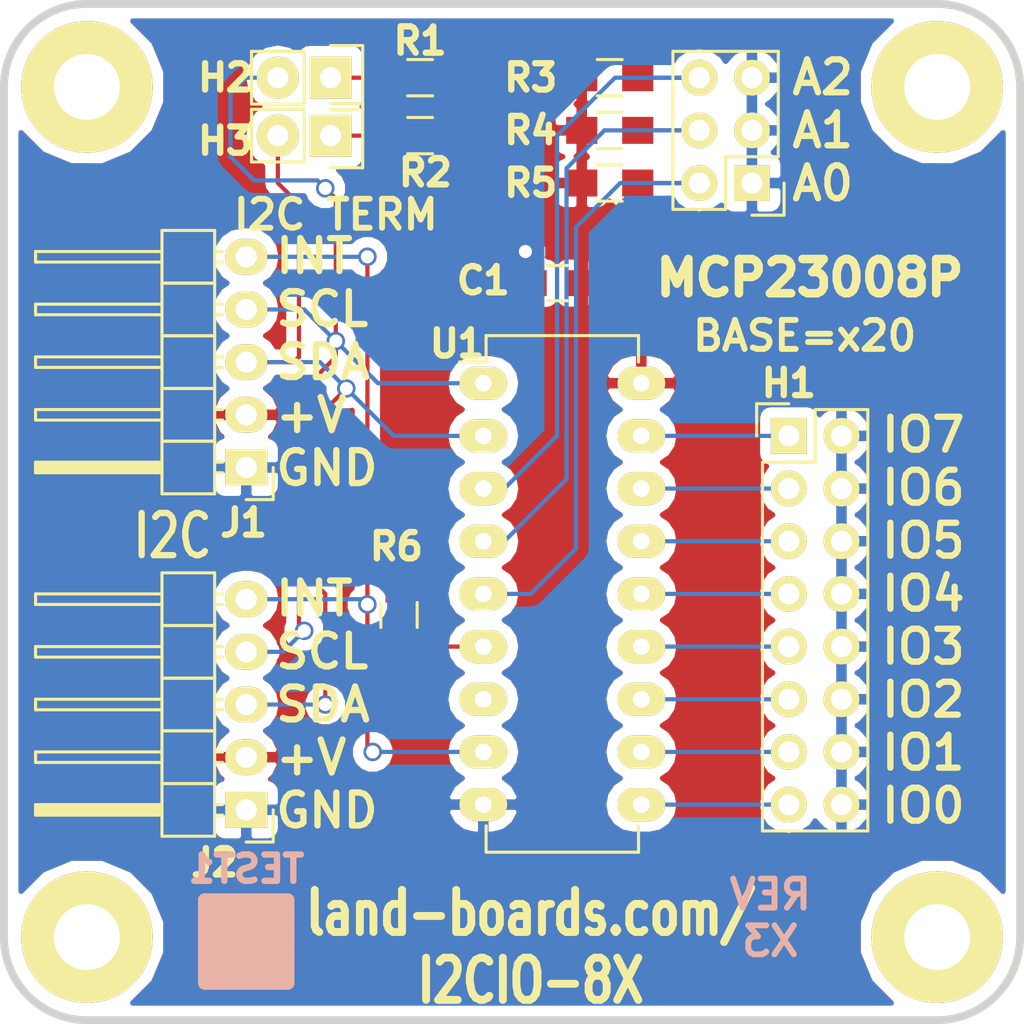
<source format=kicad_pcb>
(kicad_pcb (version 4) (host pcbnew "(after 2015-mar-04 BZR unknown)-product")

  (general
    (links 48)
    (no_connects 0)
    (area -2.293256 -0.190501 51.823257 50.6852)
    (thickness 1.6002)
    (drawings 18)
    (tracks 84)
    (zones 0)
    (modules 19)
    (nets 20)
  )

  (page A4)
  (title_block
    (date "6 jul 2012")
  )

  (layers
    (0 Front signal)
    (31 Back power)
    (36 B.SilkS user)
    (37 F.SilkS user)
    (38 B.Mask user)
    (39 F.Mask user)
    (40 Dwgs.User user)
    (41 Cmts.User user)
    (42 Eco1.User user)
    (43 Eco2.User user)
    (44 Edge.Cuts user)
  )

  (setup
    (last_trace_width 0.2032)
    (trace_clearance 0.254)
    (zone_clearance 0.508)
    (zone_45_only no)
    (trace_min 0.2032)
    (segment_width 0.381)
    (edge_width 0.381)
    (via_size 0.889)
    (via_drill 0.635)
    (via_min_size 0.889)
    (via_min_drill 0.508)
    (uvia_size 0.508)
    (uvia_drill 0.127)
    (uvias_allowed no)
    (uvia_min_size 0.508)
    (uvia_min_drill 0.127)
    (pcb_text_width 0.3048)
    (pcb_text_size 1.524 2.032)
    (mod_edge_width 0.381)
    (mod_text_size 1.27 1.27)
    (mod_text_width 0.3048)
    (pad_size 1.524 1.524)
    (pad_drill 0.8128)
    (pad_to_mask_clearance 0.254)
    (aux_axis_origin 0 0)
    (visible_elements 7FFFFF7F)
    (pcbplotparams
      (layerselection 0x010f0_80000001)
      (usegerberextensions true)
      (excludeedgelayer true)
      (linewidth 0.150000)
      (plotframeref false)
      (viasonmask false)
      (mode 1)
      (useauxorigin false)
      (hpglpennumber 1)
      (hpglpenspeed 20)
      (hpglpendiameter 15)
      (hpglpenoverlay 0)
      (psnegative false)
      (psa4output false)
      (plotreference true)
      (plotvalue true)
      (plotinvisibletext false)
      (padsonsilk false)
      (subtractmaskfromsilk false)
      (outputformat 1)
      (mirror false)
      (drillshape 0)
      (scaleselection 1)
      (outputdirectory plots/))
  )

  (net 0 "")
  (net 1 +5V)
  (net 2 /A0)
  (net 3 /A1)
  (net 4 /A2)
  (net 5 /RST)
  (net 6 /SCK)
  (net 7 /SDA)
  (net 8 GND)
  (net 9 /INT)
  (net 10 "Net-(H2-Pad1)")
  (net 11 "Net-(H3-Pad1)")
  (net 12 /IO7)
  (net 13 /IO6)
  (net 14 /IO5)
  (net 15 /IO4)
  (net 16 /IO3)
  (net 17 /IO2)
  (net 18 /IO1)
  (net 19 /IO0)

  (net_class Default "This is the default net class."
    (clearance 0.254)
    (trace_width 0.2032)
    (via_dia 0.889)
    (via_drill 0.635)
    (uvia_dia 0.508)
    (uvia_drill 0.127)
    (add_net +5V)
    (add_net /A0)
    (add_net /A1)
    (add_net /A2)
    (add_net /INT)
    (add_net /IO0)
    (add_net /IO1)
    (add_net /IO2)
    (add_net /IO3)
    (add_net /IO4)
    (add_net /IO5)
    (add_net /IO6)
    (add_net /IO7)
    (add_net /RST)
    (add_net /SCK)
    (add_net /SDA)
    (add_net GND)
    (add_net "Net-(H2-Pad1)")
    (add_net "Net-(H3-Pad1)")
  )

  (module Housings_DIP:DIP-18_W7.62mm_LongPads (layer Front) (tedit 561BBC0B) (tstamp 561BAF3C)
    (at 23.114 18.288)
    (descr "18-lead dip package, row spacing 7.62 mm (300 mils), longer pads")
    (tags "dil dip 2.54 300")
    (path /4FECA226)
    (fp_text reference U1 (at -1.27 -1.905) (layer F.SilkS)
      (effects (font (size 1.27 1.27) (thickness 0.3048)))
    )
    (fp_text value MCP23008P (at 0 -3.72) (layer F.SilkS) hide
      (effects (font (size 1 1) (thickness 0.15)))
    )
    (fp_line (start -1.4 -2.45) (end -1.4 22.8) (layer F.CrtYd) (width 0.05))
    (fp_line (start 9 -2.45) (end 9 22.8) (layer F.CrtYd) (width 0.05))
    (fp_line (start -1.4 -2.45) (end 9 -2.45) (layer F.CrtYd) (width 0.05))
    (fp_line (start -1.4 22.8) (end 9 22.8) (layer F.CrtYd) (width 0.05))
    (fp_line (start 0.135 -2.295) (end 0.135 -1.025) (layer F.SilkS) (width 0.15))
    (fp_line (start 7.485 -2.295) (end 7.485 -1.025) (layer F.SilkS) (width 0.15))
    (fp_line (start 7.485 22.615) (end 7.485 21.345) (layer F.SilkS) (width 0.15))
    (fp_line (start 0.135 22.615) (end 0.135 21.345) (layer F.SilkS) (width 0.15))
    (fp_line (start 0.135 -2.295) (end 7.485 -2.295) (layer F.SilkS) (width 0.15))
    (fp_line (start 0.135 22.615) (end 7.485 22.615) (layer F.SilkS) (width 0.15))
    (fp_line (start 0.135 -1.025) (end -1.15 -1.025) (layer F.SilkS) (width 0.15))
    (pad 1 thru_hole oval (at 0 0) (size 2.3 1.6) (drill 0.8) (layers *.Cu *.Mask F.SilkS)
      (net 6 /SCK))
    (pad 2 thru_hole oval (at 0 2.54) (size 2.3 1.6) (drill 0.8) (layers *.Cu *.Mask F.SilkS)
      (net 7 /SDA))
    (pad 3 thru_hole oval (at 0 5.08) (size 2.3 1.6) (drill 0.8) (layers *.Cu *.Mask F.SilkS)
      (net 4 /A2))
    (pad 4 thru_hole oval (at 0 7.62) (size 2.3 1.6) (drill 0.8) (layers *.Cu *.Mask F.SilkS)
      (net 3 /A1))
    (pad 5 thru_hole oval (at 0 10.16) (size 2.3 1.6) (drill 0.8) (layers *.Cu *.Mask F.SilkS)
      (net 2 /A0))
    (pad 6 thru_hole oval (at 0 12.7) (size 2.3 1.6) (drill 0.8) (layers *.Cu *.Mask F.SilkS)
      (net 5 /RST))
    (pad 7 thru_hole oval (at 0 15.24) (size 2.3 1.6) (drill 0.8) (layers *.Cu *.Mask F.SilkS))
    (pad 8 thru_hole oval (at 0 17.78) (size 2.3 1.6) (drill 0.8) (layers *.Cu *.Mask F.SilkS)
      (net 9 /INT))
    (pad 9 thru_hole oval (at 0 20.32) (size 2.3 1.6) (drill 0.8) (layers *.Cu *.Mask F.SilkS)
      (net 8 GND))
    (pad 10 thru_hole oval (at 7.62 20.32) (size 2.3 1.6) (drill 0.8) (layers *.Cu *.Mask F.SilkS)
      (net 19 /IO0))
    (pad 11 thru_hole oval (at 7.62 17.78) (size 2.3 1.6) (drill 0.8) (layers *.Cu *.Mask F.SilkS)
      (net 18 /IO1))
    (pad 12 thru_hole oval (at 7.62 15.24) (size 2.3 1.6) (drill 0.8) (layers *.Cu *.Mask F.SilkS)
      (net 17 /IO2))
    (pad 13 thru_hole oval (at 7.62 12.7) (size 2.3 1.6) (drill 0.8) (layers *.Cu *.Mask F.SilkS)
      (net 16 /IO3))
    (pad 14 thru_hole oval (at 7.62 10.16) (size 2.3 1.6) (drill 0.8) (layers *.Cu *.Mask F.SilkS)
      (net 15 /IO4))
    (pad 15 thru_hole oval (at 7.62 7.62) (size 2.3 1.6) (drill 0.8) (layers *.Cu *.Mask F.SilkS)
      (net 14 /IO5))
    (pad 16 thru_hole oval (at 7.62 5.08) (size 2.3 1.6) (drill 0.8) (layers *.Cu *.Mask F.SilkS)
      (net 13 /IO6))
    (pad 17 thru_hole oval (at 7.62 2.54) (size 2.3 1.6) (drill 0.8) (layers *.Cu *.Mask F.SilkS)
      (net 12 /IO7))
    (pad 18 thru_hole oval (at 7.62 0) (size 2.3 1.6) (drill 0.8) (layers *.Cu *.Mask F.SilkS)
      (net 1 +5V))
    (model Housings_DIP.3dshapes/DIP-18_W7.62mm_LongPads.wrl
      (at (xyz 0 0 0))
      (scale (xyz 1 1 1))
      (rotate (xyz 0 0 0))
    )
  )

  (module Resistors_SMD:R_0805_HandSoldering (layer Front) (tedit 56785875) (tstamp 561BAE99)
    (at 29.21 8.636)
    (descr "Resistor SMD 0805, hand soldering")
    (tags "resistor 0805")
    (path /4FECA2A4)
    (attr smd)
    (fp_text reference R5 (at -3.81 0) (layer F.SilkS)
      (effects (font (size 1.27 1.27) (thickness 0.3048)))
    )
    (fp_text value 10K (at 0 2.1) (layer F.SilkS) hide
      (effects (font (size 1 1) (thickness 0.15)))
    )
    (fp_line (start -2.4 -1) (end 2.4 -1) (layer F.CrtYd) (width 0.05))
    (fp_line (start -2.4 1) (end 2.4 1) (layer F.CrtYd) (width 0.05))
    (fp_line (start -2.4 -1) (end -2.4 1) (layer F.CrtYd) (width 0.05))
    (fp_line (start 2.4 -1) (end 2.4 1) (layer F.CrtYd) (width 0.05))
    (fp_line (start 0.6 0.875) (end -0.6 0.875) (layer F.SilkS) (width 0.15))
    (fp_line (start -0.6 -0.875) (end 0.6 -0.875) (layer F.SilkS) (width 0.15))
    (pad 1 smd rect (at -1.35 0) (size 1.5 1.3) (layers Front F.Mask)
      (net 1 +5V))
    (pad 2 smd rect (at 1.35 0) (size 1.5 1.3) (layers Front F.Mask)
      (net 2 /A0))
    (model Resistors_SMD.3dshapes/R_0805_HandSoldering.wrl
      (at (xyz 0 0 0))
      (scale (xyz 1 1 1))
      (rotate (xyz 0 0 0))
    )
  )

  (module Resistors_SMD:R_0805_HandSoldering (layer Front) (tedit 56785873) (tstamp 561BAEA4)
    (at 29.21 6.096)
    (descr "Resistor SMD 0805, hand soldering")
    (tags "resistor 0805")
    (path /4FECA2AC)
    (attr smd)
    (fp_text reference R4 (at -3.81 0 180) (layer F.SilkS)
      (effects (font (size 1.27 1.27) (thickness 0.3048)))
    )
    (fp_text value 10K (at 0 2.1) (layer F.SilkS) hide
      (effects (font (size 1 1) (thickness 0.15)))
    )
    (fp_line (start -2.4 -1) (end 2.4 -1) (layer F.CrtYd) (width 0.05))
    (fp_line (start -2.4 1) (end 2.4 1) (layer F.CrtYd) (width 0.05))
    (fp_line (start -2.4 -1) (end -2.4 1) (layer F.CrtYd) (width 0.05))
    (fp_line (start 2.4 -1) (end 2.4 1) (layer F.CrtYd) (width 0.05))
    (fp_line (start 0.6 0.875) (end -0.6 0.875) (layer F.SilkS) (width 0.15))
    (fp_line (start -0.6 -0.875) (end 0.6 -0.875) (layer F.SilkS) (width 0.15))
    (pad 1 smd rect (at -1.35 0) (size 1.5 1.3) (layers Front F.Mask)
      (net 1 +5V))
    (pad 2 smd rect (at 1.35 0) (size 1.5 1.3) (layers Front F.Mask)
      (net 3 /A1))
    (model Resistors_SMD.3dshapes/R_0805_HandSoldering.wrl
      (at (xyz 0 0 0))
      (scale (xyz 1 1 1))
      (rotate (xyz 0 0 0))
    )
  )

  (module Resistors_SMD:R_0805_HandSoldering (layer Front) (tedit 56785871) (tstamp 561BAEAF)
    (at 29.21 3.556)
    (descr "Resistor SMD 0805, hand soldering")
    (tags "resistor 0805")
    (path /4FECA2B1)
    (attr smd)
    (fp_text reference R3 (at -3.81 0) (layer F.SilkS)
      (effects (font (size 1.27 1.27) (thickness 0.3048)))
    )
    (fp_text value 10K (at 0 2.1) (layer Eco1.User) hide
      (effects (font (size 1 1) (thickness 0.15)))
    )
    (fp_line (start -2.4 -1) (end 2.4 -1) (layer F.CrtYd) (width 0.05))
    (fp_line (start -2.4 1) (end 2.4 1) (layer F.CrtYd) (width 0.05))
    (fp_line (start -2.4 -1) (end -2.4 1) (layer F.CrtYd) (width 0.05))
    (fp_line (start 2.4 -1) (end 2.4 1) (layer F.CrtYd) (width 0.05))
    (fp_line (start 0.6 0.875) (end -0.6 0.875) (layer F.SilkS) (width 0.15))
    (fp_line (start -0.6 -0.875) (end 0.6 -0.875) (layer F.SilkS) (width 0.15))
    (pad 1 smd rect (at -1.35 0) (size 1.5 1.3) (layers Front F.Mask)
      (net 1 +5V))
    (pad 2 smd rect (at 1.35 0) (size 1.5 1.3) (layers Front F.Mask)
      (net 4 /A2))
    (model Resistors_SMD.3dshapes/R_0805_HandSoldering.wrl
      (at (xyz 0 0 0))
      (scale (xyz 1 1 1))
      (rotate (xyz 0 0 0))
    )
  )

  (module Resistors_SMD:R_0805_HandSoldering (layer Front) (tedit 56785832) (tstamp 561BAEBA)
    (at 20.066 3.556 180)
    (descr "Resistor SMD 0805, hand soldering")
    (tags "resistor 0805")
    (path /4FECA501)
    (attr smd)
    (fp_text reference R1 (at 0 1.778 360) (layer F.SilkS)
      (effects (font (size 1.27 1.27) (thickness 0.3048)))
    )
    (fp_text value 10K (at 0 2.1 180) (layer Eco1.User) hide
      (effects (font (size 1 1) (thickness 0.15)))
    )
    (fp_line (start -2.4 -1) (end 2.4 -1) (layer F.CrtYd) (width 0.05))
    (fp_line (start -2.4 1) (end 2.4 1) (layer F.CrtYd) (width 0.05))
    (fp_line (start -2.4 -1) (end -2.4 1) (layer F.CrtYd) (width 0.05))
    (fp_line (start 2.4 -1) (end 2.4 1) (layer F.CrtYd) (width 0.05))
    (fp_line (start 0.6 0.875) (end -0.6 0.875) (layer F.SilkS) (width 0.15))
    (fp_line (start -0.6 -0.875) (end 0.6 -0.875) (layer F.SilkS) (width 0.15))
    (pad 1 smd rect (at -1.35 0 180) (size 1.5 1.3) (layers Front F.Mask)
      (net 1 +5V))
    (pad 2 smd rect (at 1.35 0 180) (size 1.5 1.3) (layers Front F.Mask)
      (net 10 "Net-(H2-Pad1)"))
    (model Resistors_SMD.3dshapes/R_0805_HandSoldering.wrl
      (at (xyz 0 0 0))
      (scale (xyz 1 1 1))
      (rotate (xyz 0 0 0))
    )
  )

  (module Resistors_SMD:R_0805_HandSoldering (layer Front) (tedit 5678439D) (tstamp 561BAEC5)
    (at 20.066 6.35 180)
    (descr "Resistor SMD 0805, hand soldering")
    (tags "resistor 0805")
    (path /4FECA4FB)
    (attr smd)
    (fp_text reference R2 (at -0.254 -1.778 360) (layer F.SilkS)
      (effects (font (size 1.27 1.27) (thickness 0.3048)))
    )
    (fp_text value 10K (at 0 2.1 180) (layer Eco1.User) hide
      (effects (font (size 1 1) (thickness 0.15)))
    )
    (fp_line (start -2.4 -1) (end 2.4 -1) (layer F.CrtYd) (width 0.05))
    (fp_line (start -2.4 1) (end 2.4 1) (layer F.CrtYd) (width 0.05))
    (fp_line (start -2.4 -1) (end -2.4 1) (layer F.CrtYd) (width 0.05))
    (fp_line (start 2.4 -1) (end 2.4 1) (layer F.CrtYd) (width 0.05))
    (fp_line (start 0.6 0.875) (end -0.6 0.875) (layer F.SilkS) (width 0.15))
    (fp_line (start -0.6 -0.875) (end 0.6 -0.875) (layer F.SilkS) (width 0.15))
    (pad 1 smd rect (at -1.35 0 180) (size 1.5 1.3) (layers Front F.Mask)
      (net 1 +5V))
    (pad 2 smd rect (at 1.35 0 180) (size 1.5 1.3) (layers Front F.Mask)
      (net 11 "Net-(H3-Pad1)"))
    (model Resistors_SMD.3dshapes/R_0805_HandSoldering.wrl
      (at (xyz 0 0 0))
      (scale (xyz 1 1 1))
      (rotate (xyz 0 0 0))
    )
  )

  (module dougsLib:MTG-4-40 (layer Front) (tedit 561BB33E) (tstamp 561BC0D6)
    (at 4 45)
    (path /561CA6B9)
    (fp_text reference MTG5 (at 0.445 -0.55) (layer F.SilkS) hide
      (effects (font (size 1.27 1.27) (thickness 0.3048)))
    )
    (fp_text value MTG_HOLE (at -0.19 0.085) (layer F.SilkS) hide
      (effects (font (thickness 0.3048)))
    )
    (pad 1 thru_hole circle (at 0 0) (size 6.35 6.35) (drill 3.175) (layers *.Cu *.Mask F.SilkS)
      (clearance 0.508))
  )

  (module dougsLib:MTG-4-40 (layer Front) (tedit 561BB34C) (tstamp 561BC0DB)
    (at 4 4)
    (path /561CA64B)
    (fp_text reference MTG6 (at -0.19 -0.19) (layer F.SilkS) hide
      (effects (font (size 1.27 1.27) (thickness 0.3048)))
    )
    (fp_text value MTG_HOLE (at -0.19 -0.19) (layer F.SilkS) hide
      (effects (font (thickness 0.3048)))
    )
    (pad 1 thru_hole circle (at 0 0) (size 6.35 6.35) (drill 3.175) (layers *.Cu *.Mask F.SilkS)
      (clearance 0.508))
  )

  (module dougsLib:MTG-4-40 (layer Front) (tedit 561BB342) (tstamp 561BC0E0)
    (at 45 45)
    (path /561CA71B)
    (fp_text reference MTG7 (at 0.72 0.085) (layer F.SilkS) hide
      (effects (font (size 1.27 1.27) (thickness 0.3048)))
    )
    (fp_text value MTG_HOLE (at 0.72 0.085) (layer F.SilkS) hide
      (effects (font (thickness 0.3048)))
    )
    (pad 1 thru_hole circle (at 0 0) (size 6.35 6.35) (drill 3.175) (layers *.Cu *.Mask F.SilkS)
      (clearance 0.508))
  )

  (module dougsLib:MTG-4-40 (layer Front) (tedit 561BB347) (tstamp 561BC0E5)
    (at 45 4)
    (path /561CA586)
    (fp_text reference MTG?1 (at 0.085 -0.19) (layer F.SilkS) hide
      (effects (font (size 1.27 1.27) (thickness 0.3048)))
    )
    (fp_text value MTG_HOLE (at -0.55 -0.19) (layer F.SilkS) hide
      (effects (font (thickness 0.3048)))
    )
    (pad 1 thru_hole circle (at 0 0) (size 6.35 6.35) (drill 3.175) (layers *.Cu *.Mask F.SilkS)
      (clearance 0.508))
  )

  (module Resistors_SMD:R_0805_HandSoldering (layer Front) (tedit 563F6B2B) (tstamp 561BC0E6)
    (at 19.05 29.464 270)
    (descr "Resistor SMD 0805, hand soldering")
    (tags "resistor 0805")
    (path /4FECA3D8)
    (attr smd)
    (fp_text reference R6 (at -3.302 0.127 360) (layer F.SilkS)
      (effects (font (size 1.27 1.27) (thickness 0.3048)))
    )
    (fp_text value 10K (at 0 2.1 270) (layer Eco1.User) hide
      (effects (font (size 1 1) (thickness 0.15)))
    )
    (fp_line (start -2.4 -1) (end 2.4 -1) (layer F.CrtYd) (width 0.05))
    (fp_line (start -2.4 1) (end 2.4 1) (layer F.CrtYd) (width 0.05))
    (fp_line (start -2.4 -1) (end -2.4 1) (layer F.CrtYd) (width 0.05))
    (fp_line (start 2.4 -1) (end 2.4 1) (layer F.CrtYd) (width 0.05))
    (fp_line (start 0.6 0.875) (end -0.6 0.875) (layer F.SilkS) (width 0.15))
    (fp_line (start -0.6 -0.875) (end 0.6 -0.875) (layer F.SilkS) (width 0.15))
    (pad 1 smd rect (at -1.35 0 270) (size 1.5 1.3) (layers Front F.Mask)
      (net 1 +5V))
    (pad 2 smd rect (at 1.35 0 270) (size 1.5 1.3) (layers Front F.Mask)
      (net 5 /RST))
    (model Resistors_SMD.3dshapes/R_0805_HandSoldering.wrl
      (at (xyz 0 0 0))
      (scale (xyz 1 1 1))
      (rotate (xyz 0 0 0))
    )
  )

  (module Capacitors_SMD:C_0805_HandSoldering (layer Front) (tedit 56783A60) (tstamp 561BCCBC)
    (at 26.67 13.462 180)
    (descr "Capacitor SMD 0805, hand soldering")
    (tags "capacitor 0805")
    (path /4FECD7AF)
    (attr smd)
    (fp_text reference C1 (at 3.556 0.127 180) (layer F.SilkS)
      (effects (font (size 1.27 1.27) (thickness 0.3048)))
    )
    (fp_text value 0.1uF (at 0 2.1 180) (layer Eco1.User) hide
      (effects (font (size 1 1) (thickness 0.15)))
    )
    (fp_line (start -2.3 -1) (end 2.3 -1) (layer F.CrtYd) (width 0.05))
    (fp_line (start -2.3 1) (end 2.3 1) (layer F.CrtYd) (width 0.05))
    (fp_line (start -2.3 -1) (end -2.3 1) (layer F.CrtYd) (width 0.05))
    (fp_line (start 2.3 -1) (end 2.3 1) (layer F.CrtYd) (width 0.05))
    (fp_line (start 0.5 -0.85) (end -0.5 -0.85) (layer F.SilkS) (width 0.15))
    (fp_line (start -0.5 0.85) (end 0.5 0.85) (layer F.SilkS) (width 0.15))
    (pad 1 smd rect (at -1.25 0 180) (size 1.5 1.25) (layers Front F.Mask)
      (net 1 +5V))
    (pad 2 smd rect (at 1.25 0 180) (size 1.5 1.25) (layers Front F.Mask)
      (net 8 GND))
    (model Capacitors_SMD.3dshapes/C_0805_HandSoldering.wrl
      (at (xyz 0 0 0))
      (scale (xyz 1 1 1))
      (rotate (xyz 0 0 0))
    )
  )

  (module Pin_Headers:Pin_Header_Straight_1x02 (layer Front) (tedit 56784388) (tstamp 561BE067)
    (at 15.748 3.556 270)
    (descr "Through hole pin header")
    (tags "pin header")
    (path /561D30F4)
    (fp_text reference H2 (at 0 5.08 360) (layer F.SilkS)
      (effects (font (size 1.27 1.27) (thickness 0.3048)))
    )
    (fp_text value CONN_2 (at 0 -3.1 270) (layer Eco1.User) hide
      (effects (font (size 1 1) (thickness 0.15)))
    )
    (fp_line (start 1.27 1.27) (end 1.27 3.81) (layer F.SilkS) (width 0.15))
    (fp_line (start 1.55 -1.55) (end 1.55 0) (layer F.SilkS) (width 0.15))
    (fp_line (start -1.75 -1.75) (end -1.75 4.3) (layer F.CrtYd) (width 0.05))
    (fp_line (start 1.75 -1.75) (end 1.75 4.3) (layer F.CrtYd) (width 0.05))
    (fp_line (start -1.75 -1.75) (end 1.75 -1.75) (layer F.CrtYd) (width 0.05))
    (fp_line (start -1.75 4.3) (end 1.75 4.3) (layer F.CrtYd) (width 0.05))
    (fp_line (start 1.27 1.27) (end -1.27 1.27) (layer F.SilkS) (width 0.15))
    (fp_line (start -1.55 0) (end -1.55 -1.55) (layer F.SilkS) (width 0.15))
    (fp_line (start -1.55 -1.55) (end 1.55 -1.55) (layer F.SilkS) (width 0.15))
    (fp_line (start -1.27 1.27) (end -1.27 3.81) (layer F.SilkS) (width 0.15))
    (fp_line (start -1.27 3.81) (end 1.27 3.81) (layer F.SilkS) (width 0.15))
    (pad 1 thru_hole rect (at 0 0 270) (size 2.032 2.032) (drill 1.016) (layers *.Cu *.Mask F.SilkS)
      (net 10 "Net-(H2-Pad1)"))
    (pad 2 thru_hole oval (at 0 2.54 270) (size 2.032 2.032) (drill 1.016) (layers *.Cu *.Mask F.SilkS)
      (net 6 /SCK))
    (model Pin_Headers.3dshapes/Pin_Header_Straight_1x02.wrl
      (at (xyz 0 -0.05 0))
      (scale (xyz 1 1 1))
      (rotate (xyz 0 0 90))
    )
  )

  (module Pin_Headers:Pin_Header_Straight_1x02 (layer Front) (tedit 56784391) (tstamp 561BE078)
    (at 15.748 6.35 270)
    (descr "Through hole pin header")
    (tags "pin header")
    (path /561D3076)
    (fp_text reference H3 (at 0.254 5.08 360) (layer F.SilkS)
      (effects (font (size 1.27 1.27) (thickness 0.3048)))
    )
    (fp_text value CONN_2 (at 0 -3.1 270) (layer Eco1.User) hide
      (effects (font (size 1 1) (thickness 0.15)))
    )
    (fp_line (start 1.27 1.27) (end 1.27 3.81) (layer F.SilkS) (width 0.15))
    (fp_line (start 1.55 -1.55) (end 1.55 0) (layer F.SilkS) (width 0.15))
    (fp_line (start -1.75 -1.75) (end -1.75 4.3) (layer F.CrtYd) (width 0.05))
    (fp_line (start 1.75 -1.75) (end 1.75 4.3) (layer F.CrtYd) (width 0.05))
    (fp_line (start -1.75 -1.75) (end 1.75 -1.75) (layer F.CrtYd) (width 0.05))
    (fp_line (start -1.75 4.3) (end 1.75 4.3) (layer F.CrtYd) (width 0.05))
    (fp_line (start 1.27 1.27) (end -1.27 1.27) (layer F.SilkS) (width 0.15))
    (fp_line (start -1.55 0) (end -1.55 -1.55) (layer F.SilkS) (width 0.15))
    (fp_line (start -1.55 -1.55) (end 1.55 -1.55) (layer F.SilkS) (width 0.15))
    (fp_line (start -1.27 1.27) (end -1.27 3.81) (layer F.SilkS) (width 0.15))
    (fp_line (start -1.27 3.81) (end 1.27 3.81) (layer F.SilkS) (width 0.15))
    (pad 1 thru_hole rect (at 0 0 270) (size 2.032 2.032) (drill 1.016) (layers *.Cu *.Mask F.SilkS)
      (net 11 "Net-(H3-Pad1)"))
    (pad 2 thru_hole oval (at 0 2.54 270) (size 2.032 2.032) (drill 1.016) (layers *.Cu *.Mask F.SilkS)
      (net 7 /SDA))
    (model Pin_Headers.3dshapes/Pin_Header_Straight_1x02.wrl
      (at (xyz 0 -0.05 0))
      (scale (xyz 1 1 1))
      (rotate (xyz 0 0 90))
    )
  )

  (module Pin_Headers:Pin_Header_Straight_2x03 (layer Front) (tedit 563F57CF) (tstamp 563F57BC)
    (at 36.068 8.636 180)
    (descr "Through hole pin header")
    (tags "pin header")
    (path /563F7ABA)
    (fp_text reference H4 (at -2.54 -2.54 270) (layer F.SilkS) hide
      (effects (font (size 1.27 1.27) (thickness 0.3048)))
    )
    (fp_text value CONN_02X03 (at 0 -3.1 180) (layer Eco1.User) hide
      (effects (font (size 1 1) (thickness 0.15)))
    )
    (fp_line (start -1.27 1.27) (end -1.27 6.35) (layer F.SilkS) (width 0.15))
    (fp_line (start -1.55 -1.55) (end 0 -1.55) (layer F.SilkS) (width 0.15))
    (fp_line (start -1.75 -1.75) (end -1.75 6.85) (layer F.CrtYd) (width 0.05))
    (fp_line (start 4.3 -1.75) (end 4.3 6.85) (layer F.CrtYd) (width 0.05))
    (fp_line (start -1.75 -1.75) (end 4.3 -1.75) (layer F.CrtYd) (width 0.05))
    (fp_line (start -1.75 6.85) (end 4.3 6.85) (layer F.CrtYd) (width 0.05))
    (fp_line (start 1.27 -1.27) (end 1.27 1.27) (layer F.SilkS) (width 0.15))
    (fp_line (start 1.27 1.27) (end -1.27 1.27) (layer F.SilkS) (width 0.15))
    (fp_line (start -1.27 6.35) (end 3.81 6.35) (layer F.SilkS) (width 0.15))
    (fp_line (start 3.81 6.35) (end 3.81 1.27) (layer F.SilkS) (width 0.15))
    (fp_line (start -1.55 -1.55) (end -1.55 0) (layer F.SilkS) (width 0.15))
    (fp_line (start 3.81 -1.27) (end 1.27 -1.27) (layer F.SilkS) (width 0.15))
    (fp_line (start 3.81 1.27) (end 3.81 -1.27) (layer F.SilkS) (width 0.15))
    (pad 1 thru_hole rect (at 0 0 180) (size 1.7272 1.7272) (drill 1.016) (layers *.Cu *.Mask F.SilkS)
      (net 8 GND))
    (pad 2 thru_hole oval (at 2.54 0 180) (size 1.7272 1.7272) (drill 1.016) (layers *.Cu *.Mask F.SilkS)
      (net 2 /A0))
    (pad 3 thru_hole oval (at 0 2.54 180) (size 1.7272 1.7272) (drill 1.016) (layers *.Cu *.Mask F.SilkS)
      (net 8 GND))
    (pad 4 thru_hole oval (at 2.54 2.54 180) (size 1.7272 1.7272) (drill 1.016) (layers *.Cu *.Mask F.SilkS)
      (net 3 /A1))
    (pad 5 thru_hole oval (at 0 5.08 180) (size 1.7272 1.7272) (drill 1.016) (layers *.Cu *.Mask F.SilkS)
      (net 8 GND))
    (pad 6 thru_hole oval (at 2.54 5.08 180) (size 1.7272 1.7272) (drill 1.016) (layers *.Cu *.Mask F.SilkS)
      (net 4 /A2))
    (model Pin_Headers.3dshapes/Pin_Header_Straight_2x03.wrl
      (at (xyz 0.05 -0.1 0))
      (scale (xyz 1 1 1))
      (rotate (xyz 0 0 90))
    )
  )

  (module DougsNewMods:TEST_BLK-REAR (layer Front) (tedit 5678414E) (tstamp 563F6F28)
    (at 11.684 45.212)
    (path /561D0970)
    (fp_text reference TEST1 (at 0 -3.5) (layer B.SilkS)
      (effects (font (size 1.27 1.27) (thickness 0.3048)) (justify mirror))
    )
    (fp_text value TEST (at 0 4) (layer F.SilkS) hide
      (effects (font (thickness 0.3048)))
    )
    (fp_line (start -2 -2) (end 2 -2) (layer B.SilkS) (width 0.65))
    (fp_line (start 2 -2) (end 2 2) (layer B.SilkS) (width 0.65))
    (fp_line (start 2 2) (end -2 2) (layer B.SilkS) (width 0.65))
    (fp_line (start -2 2) (end -2 -2) (layer B.SilkS) (width 0.65))
    (fp_line (start -2 -2) (end -2 -1.5) (layer B.SilkS) (width 0.65))
    (fp_line (start -2 -1.5) (end 2 -1.5) (layer B.SilkS) (width 0.65))
    (fp_line (start 2 -1.5) (end 2 -1) (layer B.SilkS) (width 0.65))
    (fp_line (start 2 -1) (end -2 -1) (layer B.SilkS) (width 0.65))
    (fp_line (start -2 -1) (end -2 -0.5) (layer B.SilkS) (width 0.65))
    (fp_line (start -2 -0.5) (end 2 -0.5) (layer B.SilkS) (width 0.65))
    (fp_line (start 2 -0.5) (end 2 0) (layer B.SilkS) (width 0.65))
    (fp_line (start 2 0) (end -2 0) (layer B.SilkS) (width 0.65))
    (fp_line (start -2 0) (end -2 0.5) (layer B.SilkS) (width 0.65))
    (fp_line (start -2 0.5) (end 1.5 0.5) (layer B.SilkS) (width 0.65))
    (fp_line (start 1.5 0.5) (end 2 0.5) (layer B.SilkS) (width 0.65))
    (fp_line (start 2 0.5) (end 2 1) (layer B.SilkS) (width 0.65))
    (fp_line (start 2 1) (end -2 1) (layer B.SilkS) (width 0.65))
    (fp_line (start -2 1) (end -2 1.5) (layer B.SilkS) (width 0.65))
    (fp_line (start -2 1.5) (end 2 1.5) (layer B.SilkS) (width 0.65))
  )

  (module Pin_Headers:Pin_Header_Angled_1x05 (layer Front) (tedit 563F643A) (tstamp 563F7169)
    (at 11.684 22.352 180)
    (descr "Through hole pin header")
    (tags "pin header")
    (path /5640038C)
    (fp_text reference J1 (at 0.127 -2.667 180) (layer F.SilkS)
      (effects (font (size 1.27 1.27) (thickness 0.3048)))
    )
    (fp_text value CONN_01X05 (at 0 -3.1 180) (layer Dwgs.User) hide
      (effects (font (size 1 1) (thickness 0.15)))
    )
    (fp_line (start -1.5 -1.75) (end -1.5 11.95) (layer F.CrtYd) (width 0.05))
    (fp_line (start 10.65 -1.75) (end 10.65 11.95) (layer F.CrtYd) (width 0.05))
    (fp_line (start -1.5 -1.75) (end 10.65 -1.75) (layer F.CrtYd) (width 0.05))
    (fp_line (start -1.5 11.95) (end 10.65 11.95) (layer F.CrtYd) (width 0.05))
    (fp_line (start -1.3 -1.55) (end -1.3 0) (layer F.SilkS) (width 0.15))
    (fp_line (start 0 -1.55) (end -1.3 -1.55) (layer F.SilkS) (width 0.15))
    (fp_line (start 4.191 -0.127) (end 10.033 -0.127) (layer F.SilkS) (width 0.15))
    (fp_line (start 10.033 -0.127) (end 10.033 0.127) (layer F.SilkS) (width 0.15))
    (fp_line (start 10.033 0.127) (end 4.191 0.127) (layer F.SilkS) (width 0.15))
    (fp_line (start 4.191 0.127) (end 4.191 0) (layer F.SilkS) (width 0.15))
    (fp_line (start 4.191 0) (end 10.033 0) (layer F.SilkS) (width 0.15))
    (fp_line (start 1.524 -0.254) (end 1.143 -0.254) (layer F.SilkS) (width 0.15))
    (fp_line (start 1.524 0.254) (end 1.143 0.254) (layer F.SilkS) (width 0.15))
    (fp_line (start 1.524 2.286) (end 1.143 2.286) (layer F.SilkS) (width 0.15))
    (fp_line (start 1.524 2.794) (end 1.143 2.794) (layer F.SilkS) (width 0.15))
    (fp_line (start 1.524 4.826) (end 1.143 4.826) (layer F.SilkS) (width 0.15))
    (fp_line (start 1.524 5.334) (end 1.143 5.334) (layer F.SilkS) (width 0.15))
    (fp_line (start 1.524 7.366) (end 1.143 7.366) (layer F.SilkS) (width 0.15))
    (fp_line (start 1.524 7.874) (end 1.143 7.874) (layer F.SilkS) (width 0.15))
    (fp_line (start 1.524 10.414) (end 1.143 10.414) (layer F.SilkS) (width 0.15))
    (fp_line (start 1.524 9.906) (end 1.143 9.906) (layer F.SilkS) (width 0.15))
    (fp_line (start 4.064 1.27) (end 4.064 -1.27) (layer F.SilkS) (width 0.15))
    (fp_line (start 10.16 0.254) (end 4.064 0.254) (layer F.SilkS) (width 0.15))
    (fp_line (start 10.16 -0.254) (end 10.16 0.254) (layer F.SilkS) (width 0.15))
    (fp_line (start 4.064 -0.254) (end 10.16 -0.254) (layer F.SilkS) (width 0.15))
    (fp_line (start 1.524 1.27) (end 4.064 1.27) (layer F.SilkS) (width 0.15))
    (fp_line (start 1.524 -1.27) (end 1.524 1.27) (layer F.SilkS) (width 0.15))
    (fp_line (start 1.524 -1.27) (end 4.064 -1.27) (layer F.SilkS) (width 0.15))
    (fp_line (start 1.524 3.81) (end 4.064 3.81) (layer F.SilkS) (width 0.15))
    (fp_line (start 1.524 3.81) (end 1.524 6.35) (layer F.SilkS) (width 0.15))
    (fp_line (start 1.524 6.35) (end 4.064 6.35) (layer F.SilkS) (width 0.15))
    (fp_line (start 4.064 4.826) (end 10.16 4.826) (layer F.SilkS) (width 0.15))
    (fp_line (start 10.16 4.826) (end 10.16 5.334) (layer F.SilkS) (width 0.15))
    (fp_line (start 10.16 5.334) (end 4.064 5.334) (layer F.SilkS) (width 0.15))
    (fp_line (start 4.064 6.35) (end 4.064 3.81) (layer F.SilkS) (width 0.15))
    (fp_line (start 4.064 3.81) (end 4.064 1.27) (layer F.SilkS) (width 0.15))
    (fp_line (start 10.16 2.794) (end 4.064 2.794) (layer F.SilkS) (width 0.15))
    (fp_line (start 10.16 2.286) (end 10.16 2.794) (layer F.SilkS) (width 0.15))
    (fp_line (start 4.064 2.286) (end 10.16 2.286) (layer F.SilkS) (width 0.15))
    (fp_line (start 1.524 3.81) (end 4.064 3.81) (layer F.SilkS) (width 0.15))
    (fp_line (start 1.524 1.27) (end 1.524 3.81) (layer F.SilkS) (width 0.15))
    (fp_line (start 1.524 1.27) (end 4.064 1.27) (layer F.SilkS) (width 0.15))
    (fp_line (start 1.524 8.89) (end 4.064 8.89) (layer F.SilkS) (width 0.15))
    (fp_line (start 1.524 8.89) (end 1.524 11.43) (layer F.SilkS) (width 0.15))
    (fp_line (start 1.524 11.43) (end 4.064 11.43) (layer F.SilkS) (width 0.15))
    (fp_line (start 4.064 9.906) (end 10.16 9.906) (layer F.SilkS) (width 0.15))
    (fp_line (start 10.16 9.906) (end 10.16 10.414) (layer F.SilkS) (width 0.15))
    (fp_line (start 10.16 10.414) (end 4.064 10.414) (layer F.SilkS) (width 0.15))
    (fp_line (start 4.064 11.43) (end 4.064 8.89) (layer F.SilkS) (width 0.15))
    (fp_line (start 4.064 8.89) (end 4.064 6.35) (layer F.SilkS) (width 0.15))
    (fp_line (start 10.16 7.874) (end 4.064 7.874) (layer F.SilkS) (width 0.15))
    (fp_line (start 10.16 7.366) (end 10.16 7.874) (layer F.SilkS) (width 0.15))
    (fp_line (start 4.064 7.366) (end 10.16 7.366) (layer F.SilkS) (width 0.15))
    (fp_line (start 1.524 8.89) (end 4.064 8.89) (layer F.SilkS) (width 0.15))
    (fp_line (start 1.524 6.35) (end 1.524 8.89) (layer F.SilkS) (width 0.15))
    (fp_line (start 1.524 6.35) (end 4.064 6.35) (layer F.SilkS) (width 0.15))
    (pad 1 thru_hole rect (at 0 0 180) (size 2.032 1.7272) (drill 1.016) (layers *.Cu *.Mask F.SilkS)
      (net 8 GND))
    (pad 2 thru_hole oval (at 0 2.54 180) (size 2.032 1.7272) (drill 1.016) (layers *.Cu *.Mask F.SilkS)
      (net 1 +5V))
    (pad 3 thru_hole oval (at 0 5.08 180) (size 2.032 1.7272) (drill 1.016) (layers *.Cu *.Mask F.SilkS)
      (net 7 /SDA))
    (pad 4 thru_hole oval (at 0 7.62 180) (size 2.032 1.7272) (drill 1.016) (layers *.Cu *.Mask F.SilkS)
      (net 6 /SCK))
    (pad 5 thru_hole oval (at 0 10.16 180) (size 2.032 1.7272) (drill 1.016) (layers *.Cu *.Mask F.SilkS)
      (net 9 /INT))
    (model Pin_Headers.3dshapes/Pin_Header_Angled_1x05.wrl
      (at (xyz 0 -0.2 0))
      (scale (xyz 1 1 1))
      (rotate (xyz 0 0 90))
    )
  )

  (module Pin_Headers:Pin_Header_Angled_1x05 (layer Front) (tedit 563F60CE) (tstamp 563F71A9)
    (at 11.684 38.862 180)
    (descr "Through hole pin header")
    (tags "pin header")
    (path /5640118A)
    (fp_text reference J2 (at 1.524 -2.54 180) (layer F.SilkS)
      (effects (font (size 1.27 1.27) (thickness 0.3048)))
    )
    (fp_text value CONN_01X05 (at 0 -3.1 180) (layer Dwgs.User) hide
      (effects (font (size 1 1) (thickness 0.15)))
    )
    (fp_line (start -1.5 -1.75) (end -1.5 11.95) (layer F.CrtYd) (width 0.05))
    (fp_line (start 10.65 -1.75) (end 10.65 11.95) (layer F.CrtYd) (width 0.05))
    (fp_line (start -1.5 -1.75) (end 10.65 -1.75) (layer F.CrtYd) (width 0.05))
    (fp_line (start -1.5 11.95) (end 10.65 11.95) (layer F.CrtYd) (width 0.05))
    (fp_line (start -1.3 -1.55) (end -1.3 0) (layer F.SilkS) (width 0.15))
    (fp_line (start 0 -1.55) (end -1.3 -1.55) (layer F.SilkS) (width 0.15))
    (fp_line (start 4.191 -0.127) (end 10.033 -0.127) (layer F.SilkS) (width 0.15))
    (fp_line (start 10.033 -0.127) (end 10.033 0.127) (layer F.SilkS) (width 0.15))
    (fp_line (start 10.033 0.127) (end 4.191 0.127) (layer F.SilkS) (width 0.15))
    (fp_line (start 4.191 0.127) (end 4.191 0) (layer F.SilkS) (width 0.15))
    (fp_line (start 4.191 0) (end 10.033 0) (layer F.SilkS) (width 0.15))
    (fp_line (start 1.524 -0.254) (end 1.143 -0.254) (layer F.SilkS) (width 0.15))
    (fp_line (start 1.524 0.254) (end 1.143 0.254) (layer F.SilkS) (width 0.15))
    (fp_line (start 1.524 2.286) (end 1.143 2.286) (layer F.SilkS) (width 0.15))
    (fp_line (start 1.524 2.794) (end 1.143 2.794) (layer F.SilkS) (width 0.15))
    (fp_line (start 1.524 4.826) (end 1.143 4.826) (layer F.SilkS) (width 0.15))
    (fp_line (start 1.524 5.334) (end 1.143 5.334) (layer F.SilkS) (width 0.15))
    (fp_line (start 1.524 7.366) (end 1.143 7.366) (layer F.SilkS) (width 0.15))
    (fp_line (start 1.524 7.874) (end 1.143 7.874) (layer F.SilkS) (width 0.15))
    (fp_line (start 1.524 10.414) (end 1.143 10.414) (layer F.SilkS) (width 0.15))
    (fp_line (start 1.524 9.906) (end 1.143 9.906) (layer F.SilkS) (width 0.15))
    (fp_line (start 4.064 1.27) (end 4.064 -1.27) (layer F.SilkS) (width 0.15))
    (fp_line (start 10.16 0.254) (end 4.064 0.254) (layer F.SilkS) (width 0.15))
    (fp_line (start 10.16 -0.254) (end 10.16 0.254) (layer F.SilkS) (width 0.15))
    (fp_line (start 4.064 -0.254) (end 10.16 -0.254) (layer F.SilkS) (width 0.15))
    (fp_line (start 1.524 1.27) (end 4.064 1.27) (layer F.SilkS) (width 0.15))
    (fp_line (start 1.524 -1.27) (end 1.524 1.27) (layer F.SilkS) (width 0.15))
    (fp_line (start 1.524 -1.27) (end 4.064 -1.27) (layer F.SilkS) (width 0.15))
    (fp_line (start 1.524 3.81) (end 4.064 3.81) (layer F.SilkS) (width 0.15))
    (fp_line (start 1.524 3.81) (end 1.524 6.35) (layer F.SilkS) (width 0.15))
    (fp_line (start 1.524 6.35) (end 4.064 6.35) (layer F.SilkS) (width 0.15))
    (fp_line (start 4.064 4.826) (end 10.16 4.826) (layer F.SilkS) (width 0.15))
    (fp_line (start 10.16 4.826) (end 10.16 5.334) (layer F.SilkS) (width 0.15))
    (fp_line (start 10.16 5.334) (end 4.064 5.334) (layer F.SilkS) (width 0.15))
    (fp_line (start 4.064 6.35) (end 4.064 3.81) (layer F.SilkS) (width 0.15))
    (fp_line (start 4.064 3.81) (end 4.064 1.27) (layer F.SilkS) (width 0.15))
    (fp_line (start 10.16 2.794) (end 4.064 2.794) (layer F.SilkS) (width 0.15))
    (fp_line (start 10.16 2.286) (end 10.16 2.794) (layer F.SilkS) (width 0.15))
    (fp_line (start 4.064 2.286) (end 10.16 2.286) (layer F.SilkS) (width 0.15))
    (fp_line (start 1.524 3.81) (end 4.064 3.81) (layer F.SilkS) (width 0.15))
    (fp_line (start 1.524 1.27) (end 1.524 3.81) (layer F.SilkS) (width 0.15))
    (fp_line (start 1.524 1.27) (end 4.064 1.27) (layer F.SilkS) (width 0.15))
    (fp_line (start 1.524 8.89) (end 4.064 8.89) (layer F.SilkS) (width 0.15))
    (fp_line (start 1.524 8.89) (end 1.524 11.43) (layer F.SilkS) (width 0.15))
    (fp_line (start 1.524 11.43) (end 4.064 11.43) (layer F.SilkS) (width 0.15))
    (fp_line (start 4.064 9.906) (end 10.16 9.906) (layer F.SilkS) (width 0.15))
    (fp_line (start 10.16 9.906) (end 10.16 10.414) (layer F.SilkS) (width 0.15))
    (fp_line (start 10.16 10.414) (end 4.064 10.414) (layer F.SilkS) (width 0.15))
    (fp_line (start 4.064 11.43) (end 4.064 8.89) (layer F.SilkS) (width 0.15))
    (fp_line (start 4.064 8.89) (end 4.064 6.35) (layer F.SilkS) (width 0.15))
    (fp_line (start 10.16 7.874) (end 4.064 7.874) (layer F.SilkS) (width 0.15))
    (fp_line (start 10.16 7.366) (end 10.16 7.874) (layer F.SilkS) (width 0.15))
    (fp_line (start 4.064 7.366) (end 10.16 7.366) (layer F.SilkS) (width 0.15))
    (fp_line (start 1.524 8.89) (end 4.064 8.89) (layer F.SilkS) (width 0.15))
    (fp_line (start 1.524 6.35) (end 1.524 8.89) (layer F.SilkS) (width 0.15))
    (fp_line (start 1.524 6.35) (end 4.064 6.35) (layer F.SilkS) (width 0.15))
    (pad 1 thru_hole rect (at 0 0 180) (size 2.032 1.7272) (drill 1.016) (layers *.Cu *.Mask F.SilkS)
      (net 8 GND))
    (pad 2 thru_hole oval (at 0 2.54 180) (size 2.032 1.7272) (drill 1.016) (layers *.Cu *.Mask F.SilkS)
      (net 1 +5V))
    (pad 3 thru_hole oval (at 0 5.08 180) (size 2.032 1.7272) (drill 1.016) (layers *.Cu *.Mask F.SilkS)
      (net 7 /SDA))
    (pad 4 thru_hole oval (at 0 7.62 180) (size 2.032 1.7272) (drill 1.016) (layers *.Cu *.Mask F.SilkS)
      (net 6 /SCK))
    (pad 5 thru_hole oval (at 0 10.16 180) (size 2.032 1.7272) (drill 1.016) (layers *.Cu *.Mask F.SilkS)
      (net 9 /INT))
    (model Pin_Headers.3dshapes/Pin_Header_Angled_1x05.wrl
      (at (xyz 0 -0.2 0))
      (scale (xyz 1 1 1))
      (rotate (xyz 0 0 90))
    )
  )

  (module Pin_Headers:Pin_Header_Straight_2x08 (layer Front) (tedit 56785662) (tstamp 567842B2)
    (at 37.846 20.828)
    (descr "Through hole pin header")
    (tags "pin header")
    (path /56784702)
    (fp_text reference H1 (at 0 -2.54) (layer F.SilkS)
      (effects (font (size 1.27 1.27) (thickness 0.3048)))
    )
    (fp_text value CONN_02X08 (at 0 -3.1) (layer F.SilkS) hide
      (effects (font (size 1 1) (thickness 0.15)))
    )
    (fp_line (start -1.75 -1.75) (end -1.75 19.55) (layer F.CrtYd) (width 0.05))
    (fp_line (start 4.3 -1.75) (end 4.3 19.55) (layer F.CrtYd) (width 0.05))
    (fp_line (start -1.75 -1.75) (end 4.3 -1.75) (layer F.CrtYd) (width 0.05))
    (fp_line (start -1.75 19.55) (end 4.3 19.55) (layer F.CrtYd) (width 0.05))
    (fp_line (start 3.81 19.05) (end 3.81 -1.27) (layer F.SilkS) (width 0.15))
    (fp_line (start -1.27 1.27) (end -1.27 19.05) (layer F.SilkS) (width 0.15))
    (fp_line (start 3.81 19.05) (end -1.27 19.05) (layer F.SilkS) (width 0.15))
    (fp_line (start 3.81 -1.27) (end 1.27 -1.27) (layer F.SilkS) (width 0.15))
    (fp_line (start 0 -1.55) (end -1.55 -1.55) (layer F.SilkS) (width 0.15))
    (fp_line (start 1.27 -1.27) (end 1.27 1.27) (layer F.SilkS) (width 0.15))
    (fp_line (start 1.27 1.27) (end -1.27 1.27) (layer F.SilkS) (width 0.15))
    (fp_line (start -1.55 -1.55) (end -1.55 0) (layer F.SilkS) (width 0.15))
    (pad 1 thru_hole rect (at 0 0) (size 1.7272 1.7272) (drill 1.016) (layers *.Cu *.Mask F.SilkS)
      (net 12 /IO7))
    (pad 2 thru_hole oval (at 2.54 0) (size 1.7272 1.7272) (drill 1.016) (layers *.Cu *.Mask F.SilkS)
      (net 8 GND))
    (pad 3 thru_hole oval (at 0 2.54) (size 1.7272 1.7272) (drill 1.016) (layers *.Cu *.Mask F.SilkS)
      (net 13 /IO6))
    (pad 4 thru_hole oval (at 2.54 2.54) (size 1.7272 1.7272) (drill 1.016) (layers *.Cu *.Mask F.SilkS)
      (net 8 GND))
    (pad 5 thru_hole oval (at 0 5.08) (size 1.7272 1.7272) (drill 1.016) (layers *.Cu *.Mask F.SilkS)
      (net 14 /IO5))
    (pad 6 thru_hole oval (at 2.54 5.08) (size 1.7272 1.7272) (drill 1.016) (layers *.Cu *.Mask F.SilkS)
      (net 8 GND))
    (pad 7 thru_hole oval (at 0 7.62) (size 1.7272 1.7272) (drill 1.016) (layers *.Cu *.Mask F.SilkS)
      (net 15 /IO4))
    (pad 8 thru_hole oval (at 2.54 7.62) (size 1.7272 1.7272) (drill 1.016) (layers *.Cu *.Mask F.SilkS)
      (net 8 GND))
    (pad 9 thru_hole oval (at 0 10.16) (size 1.7272 1.7272) (drill 1.016) (layers *.Cu *.Mask F.SilkS)
      (net 16 /IO3))
    (pad 10 thru_hole oval (at 2.54 10.16) (size 1.7272 1.7272) (drill 1.016) (layers *.Cu *.Mask F.SilkS)
      (net 8 GND))
    (pad 11 thru_hole oval (at 0 12.7) (size 1.7272 1.7272) (drill 1.016) (layers *.Cu *.Mask F.SilkS)
      (net 17 /IO2))
    (pad 12 thru_hole oval (at 2.54 12.7) (size 1.7272 1.7272) (drill 1.016) (layers *.Cu *.Mask F.SilkS)
      (net 8 GND))
    (pad 13 thru_hole oval (at 0 15.24) (size 1.7272 1.7272) (drill 1.016) (layers *.Cu *.Mask F.SilkS)
      (net 18 /IO1))
    (pad 14 thru_hole oval (at 2.54 15.24) (size 1.7272 1.7272) (drill 1.016) (layers *.Cu *.Mask F.SilkS)
      (net 8 GND))
    (pad 15 thru_hole oval (at 0 17.78) (size 1.7272 1.7272) (drill 1.016) (layers *.Cu *.Mask F.SilkS)
      (net 19 /IO0))
    (pad 16 thru_hole oval (at 2.54 17.78) (size 1.7272 1.7272) (drill 1.016) (layers *.Cu *.Mask F.SilkS)
      (net 8 GND))
    (model Pin_Headers.3dshapes/Pin_Header_Straight_2x08.wrl
      (at (xyz 0.05 -0.35 0))
      (scale (xyz 1 1 1))
      (rotate (xyz 0 0 90))
    )
  )

  (gr_text "REV\nX3" (at 36.957 44.069) (layer B.SilkS)
    (effects (font (size 1.397 1.397) (thickness 0.28575)) (justify mirror))
  )
  (gr_text "INT\nSCL\nSDA\n+V\nGND" (at 12.954 33.782) (layer F.SilkS)
    (effects (font (size 1.5875 1.5875) (thickness 0.3048)) (justify left))
  )
  (gr_text "I2C TERM" (at 21.082 10.16) (layer F.SilkS)
    (effects (font (size 1.397 1.397) (thickness 0.28575)) (justify right))
  )
  (gr_text BASE=x20 (at 38.608 16.002) (layer F.SilkS)
    (effects (font (size 1.397 1.397) (thickness 0.28575)))
  )
  (gr_text "IO7\nIO6\nIO5\nIO4\nIO3\nIO2\nIO1\nIO0" (at 42.164 29.718) (layer F.SilkS)
    (effects (font (size 1.5875 1.5875) (thickness 0.3048)) (justify left))
  )
  (gr_text "INT\nSCL\nSDA\n+V\nGND" (at 12.954 17.272) (layer F.SilkS)
    (effects (font (size 1.5875 1.5875) (thickness 0.3048)) (justify left))
  )
  (gr_text "land-boards.com/\nI2CIO-8X" (at 25.4 45.466) (layer F.SilkS)
    (effects (font (size 2.032 1.524) (thickness 0.381)))
  )
  (gr_text MCP23008P (at 38.862 13.208) (layer F.SilkS)
    (effects (font (size 1.651 1.651) (thickness 0.41275)))
  )
  (gr_text I2C (at 8.128 25.654) (layer F.SilkS)
    (effects (font (size 2.032 1.524) (thickness 0.3048)))
  )
  (gr_text "A2\nA1\nA0" (at 37.846 6.096) (layer F.SilkS)
    (effects (font (size 1.5875 1.5875) (thickness 0.3048)) (justify left))
  )
  (gr_line (start 0 45) (end 0 4) (angle 90) (layer Edge.Cuts) (width 0.381))
  (gr_line (start 45 49) (end 4 49) (angle 90) (layer Edge.Cuts) (width 0.381))
  (gr_line (start 49 4) (end 49 45) (angle 90) (layer Edge.Cuts) (width 0.381))
  (gr_line (start 4 0) (end 45 0) (angle 90) (layer Edge.Cuts) (width 0.381))
  (gr_arc (start 45 45) (end 49 45) (angle 90) (layer Edge.Cuts) (width 0.381))
  (gr_arc (start 4 45) (end 4 49) (angle 90) (layer Edge.Cuts) (width 0.381))
  (gr_arc (start 4 4) (end 0 4) (angle 90) (layer Edge.Cuts) (width 0.381))
  (gr_arc (start 45 4) (end 45 0) (angle 90) (layer Edge.Cuts) (width 0.381))

  (segment (start 33.528 8.636) (end 30.56 8.636) (width 0.2032) (layer Front) (net 2) (status 30))
  (segment (start 25.4 28.448) (end 27.584404 26.263596) (width 0.2032) (layer Back) (net 2) (tstamp 56784682))
  (segment (start 27.584404 26.263596) (end 27.584404 10.769596) (width 0.2032) (layer Back) (net 2) (tstamp 56784684))
  (segment (start 27.584404 10.769596) (end 29.718 8.636) (width 0.2032) (layer Back) (net 2) (tstamp 56784686))
  (segment (start 29.718 8.636) (end 33.528 8.636) (width 0.2032) (layer Back) (net 2) (tstamp 56784688) (status 20))
  (segment (start 23.114 28.448) (end 25.4 28.448) (width 0.2032) (layer Back) (net 2) (status 10))
  (segment (start 33.528 6.096) (end 30.56 6.096) (width 0.2032) (layer Front) (net 3) (status 30))
  (segment (start 28.956 6.096) (end 33.528 6.096) (width 0.2032) (layer Back) (net 3) (tstamp 5678467E) (status 20))
  (segment (start 27.127202 7.924798) (end 28.956 6.096) (width 0.2032) (layer Back) (net 3) (tstamp 5678467C))
  (segment (start 27.127202 22.910798) (end 27.127202 7.924798) (width 0.2032) (layer Back) (net 3) (tstamp 5678467A))
  (segment (start 24.13 25.908) (end 27.127202 22.910798) (width 0.2032) (layer Back) (net 3) (tstamp 56784678) (status 10))
  (segment (start 23.114 25.908) (end 24.13 25.908) (width 0.2032) (layer Back) (net 3) (status 30))
  (segment (start 33.528 3.556) (end 30.56 3.556) (width 0.2032) (layer Front) (net 4) (status 30))
  (segment (start 29.464 3.556) (end 33.528 3.556) (width 0.2032) (layer Back) (net 4) (tstamp 56784674) (status 20))
  (segment (start 26.67 6.35) (end 29.464 3.556) (width 0.2032) (layer Back) (net 4) (tstamp 56784672))
  (segment (start 26.67 20.828) (end 26.67 6.35) (width 0.2032) (layer Back) (net 4) (tstamp 56784670))
  (segment (start 24.13 23.368) (end 26.67 20.828) (width 0.2032) (layer Back) (net 4) (tstamp 5678466E) (status 10))
  (segment (start 23.114 23.368) (end 24.13 23.368) (width 0.2032) (layer Back) (net 4) (status 30))
  (segment (start 20.654 30.814) (end 20.828 30.988) (width 0.2032) (layer Front) (net 5) (tstamp 56784659))
  (segment (start 20.828 30.988) (end 23.114 30.988) (width 0.2032) (layer Front) (net 5) (tstamp 5678465A) (status 20))
  (segment (start 19.05 30.814) (end 20.654 30.814) (width 0.2032) (layer Front) (net 5) (status 10))
  (segment (start 11.684 31.242) (end 12.7 31.242) (width 0.2032) (layer Front) (net 6) (status 30))
  (via (at 16.002 16.256) (size 0.889) (layers Front Back) (net 6))
  (segment (start 16.002 16.256) (end 14.478 14.732) (width 0.2032) (layer Back) (net 6) (tstamp 567855CC))
  (segment (start 14.478 14.732) (end 11.684 14.732) (width 0.2032) (layer Back) (net 6) (tstamp 567855CD) (status 20))
  (segment (start 16.002 17.018) (end 16.002 16.256) (width 0.2032) (layer Front) (net 6) (tstamp 567855C7))
  (segment (start 14.224 18.796) (end 16.002 17.018) (width 0.2032) (layer Front) (net 6) (tstamp 567855C6))
  (segment (start 11.684 31.242) (end 13.462 31.242) (width 0.2032) (layer Back) (net 6) (status 10))
  (segment (start 14.224 29.972) (end 14.224 18.796) (width 0.2032) (layer Front) (net 6) (tstamp 567846B1))
  (segment (start 14.478 30.226) (end 14.224 29.972) (width 0.2032) (layer Front) (net 6) (tstamp 567846B0))
  (via (at 14.478 30.226) (size 0.889) (layers Front Back) (net 6))
  (segment (start 13.462 31.242) (end 14.478 30.226) (width 0.2032) (layer Back) (net 6) (tstamp 567846AD))
  (segment (start 11.684 3.556) (end 13.208 3.556) (width 0.2032) (layer Back) (net 6) (tstamp 5678564E) (status 20))
  (segment (start 10.922 4.318) (end 11.684 3.556) (width 0.2032) (layer Back) (net 6) (tstamp 5678564D))
  (segment (start 10.922 7.366) (end 10.922 4.318) (width 0.2032) (layer Back) (net 6) (tstamp 5678564B))
  (segment (start 12.065 8.509) (end 10.922 7.366) (width 0.2032) (layer Back) (net 6) (tstamp 5678564A))
  (segment (start 16.002 16.256) (end 16.002 9.398) (width 0.2032) (layer Front) (net 6))
  (segment (start 15.113 8.509) (end 12.065 8.509) (width 0.2032) (layer Back) (net 6) (tstamp 56785619))
  (segment (start 15.494 8.89) (end 15.113 8.509) (width 0.2032) (layer Back) (net 6) (tstamp 56785618))
  (via (at 15.494 8.89) (size 0.889) (layers Front Back) (net 6))
  (segment (start 16.002 9.398) (end 15.494 8.89) (width 0.2032) (layer Front) (net 6) (tstamp 56785614))
  (segment (start 18.034 18.288) (end 16.002 16.256) (width 0.2032) (layer Back) (net 6) (tstamp 5678577C))
  (segment (start 23.114 18.288) (end 18.034 18.288) (width 0.2032) (layer Back) (net 6) (status 10))
  (segment (start 16.51 18.542) (end 15.24 17.272) (width 0.2032) (layer Back) (net 7) (tstamp 56785779))
  (segment (start 15.24 17.272) (end 11.684 17.272) (width 0.2032) (layer Back) (net 7) (tstamp 5678462D) (status 20))
  (segment (start 18.796 20.828) (end 16.51 18.542) (width 0.2032) (layer Back) (net 7) (tstamp 5678462B))
  (segment (start 23.114 20.828) (end 18.796 20.828) (width 0.2032) (layer Back) (net 7) (status 10))
  (segment (start 13.97 17.272) (end 14.224 17.018) (width 0.2032) (layer Front) (net 7) (tstamp 56784644))
  (segment (start 14.224 17.018) (end 14.224 9.652) (width 0.2032) (layer Front) (net 7) (tstamp 56784645))
  (segment (start 14.224 9.652) (end 13.208 8.636) (width 0.2032) (layer Front) (net 7) (tstamp 56784646))
  (segment (start 13.208 8.636) (end 13.208 6.35) (width 0.2032) (layer Front) (net 7) (tstamp 56784648) (status 20))
  (segment (start 11.684 17.272) (end 13.97 17.272) (width 0.2032) (layer Front) (net 7) (status 10))
  (via (at 15.494 33.782) (size 0.889) (layers Front Back) (net 7))
  (segment (start 15.494 33.782) (end 15.494 28.448) (width 0.2032) (layer Front) (net 7) (tstamp 567846BB))
  (segment (start 15.494 28.448) (end 15.24 28.194) (width 0.2032) (layer Front) (net 7) (tstamp 567846BC))
  (segment (start 15.24 28.194) (end 15.24 19.812) (width 0.2032) (layer Front) (net 7) (tstamp 567846BD))
  (segment (start 11.684 33.782) (end 15.494 33.782) (width 0.2032) (layer Back) (net 7) (status 10))
  (segment (start 15.24 19.812) (end 16.51 18.542) (width 0.2032) (layer Front) (net 7) (tstamp 56785772))
  (via (at 16.51 18.542) (size 0.889) (layers Front Back) (net 7))
  (segment (start 25.42 12.212) (end 25.146 11.938) (width 0.2032) (layer Front) (net 8) (tstamp 56784667))
  (via (at 25.146 11.938) (size 0.889) (layers Front Back) (net 8))
  (segment (start 25.42 13.462) (end 25.42 12.212) (width 0.2032) (layer Front) (net 8) (status 10))
  (segment (start 10.922 12.192) (end 11.684 12.192) (width 0.2032) (layer Front) (net 9) (tstamp 563F743A) (status 30))
  (segment (start 23.114 36.068) (end 23.749 36.068) (width 0.2032) (layer Back) (net 9) (status 30))
  (via (at 17.78 36.068) (size 0.889) (layers Front Back) (net 9))
  (segment (start 17.78 36.068) (end 17.526 35.814) (width 0.2032) (layer Front) (net 9) (tstamp 567855E6))
  (segment (start 17.526 35.814) (end 17.526 28.956) (width 0.2032) (layer Front) (net 9) (tstamp 567855E7))
  (via (at 17.526 28.956) (size 0.889) (layers Front Back) (net 9))
  (segment (start 17.526 28.956) (end 17.272 28.702) (width 0.2032) (layer Back) (net 9) (tstamp 567855E9))
  (segment (start 17.272 28.702) (end 11.684 28.702) (width 0.2032) (layer Back) (net 9) (tstamp 567855EA) (status 20))
  (segment (start 23.114 36.068) (end 17.78 36.068) (width 0.2032) (layer Back) (net 9) (status 10))
  (via (at 17.526 12.192) (size 0.889) (layers Front Back) (net 9))
  (segment (start 17.526 12.192) (end 11.684 12.192) (width 0.2032) (layer Back) (net 9) (tstamp 56785637) (status 20))
  (segment (start 17.526 28.956) (end 17.526 12.192) (width 0.2032) (layer Front) (net 9))
  (segment (start 15.748 3.556) (end 18.716 3.556) (width 0.2032) (layer Front) (net 10) (status 30))
  (segment (start 15.748 6.35) (end 18.716 6.35) (width 0.2032) (layer Front) (net 11) (status 30))
  (segment (start 30.734 20.828) (end 37.846 20.828) (width 0.2032) (layer Back) (net 12) (status 30))
  (segment (start 30.734 23.368) (end 37.846 23.368) (width 0.2032) (layer Back) (net 13) (status 30))
  (segment (start 30.734 25.908) (end 37.846 25.908) (width 0.2032) (layer Back) (net 14) (status 30))
  (segment (start 30.734 28.448) (end 37.846 28.448) (width 0.2032) (layer Back) (net 15) (status 30))
  (segment (start 30.734 30.988) (end 37.846 30.988) (width 0.2032) (layer Back) (net 16) (status 30))
  (segment (start 30.734 33.528) (end 37.846 33.528) (width 0.2032) (layer Back) (net 17) (status 30))
  (segment (start 30.734 36.068) (end 37.846 36.068) (width 0.2032) (layer Back) (net 18) (status 30))
  (segment (start 30.734 38.608) (end 37.846 38.608) (width 0.2032) (layer Back) (net 19) (status 30))

  (zone (net 8) (net_name GND) (layer Back) (tstamp 561BCDD1) (hatch edge 0.508)
    (connect_pads (clearance 0.508))
    (min_thickness 0.254)
    (fill yes (arc_segments 16) (thermal_gap 0.508) (thermal_bridge_width 0.508))
    (polygon
      (pts
        (xy 3.81 0) (xy 45.085 0) (xy 48.895 5.08) (xy 48.895 44.45) (xy 45.085 48.895)
        (xy 4.445 48.895) (xy 0 44.45) (xy 0 3.81)
      )
    )
    (filled_polygon
      (pts
        (xy 48.1745 42.787183) (xy 47.161009 41.771923) (xy 45.761181 41.190663) (xy 44.245469 41.18934) (xy 42.844628 41.768156)
        (xy 41.840958 42.770076) (xy 41.840958 38.967026) (xy 41.840958 38.248974) (xy 41.668688 37.833053) (xy 41.27449 37.401179)
        (xy 41.139687 37.338) (xy 41.27449 37.274821) (xy 41.668688 36.842947) (xy 41.840958 36.427026) (xy 41.840958 35.708974)
        (xy 41.668688 35.293053) (xy 41.27449 34.861179) (xy 41.139687 34.798) (xy 41.27449 34.734821) (xy 41.668688 34.302947)
        (xy 41.840958 33.887026) (xy 41.840958 33.168974) (xy 41.668688 32.753053) (xy 41.27449 32.321179) (xy 41.139687 32.258)
        (xy 41.27449 32.194821) (xy 41.668688 31.762947) (xy 41.840958 31.347026) (xy 41.840958 30.628974) (xy 41.668688 30.213053)
        (xy 41.27449 29.781179) (xy 41.139687 29.718) (xy 41.27449 29.654821) (xy 41.668688 29.222947) (xy 41.840958 28.807026)
        (xy 41.840958 28.088974) (xy 41.668688 27.673053) (xy 41.27449 27.241179) (xy 41.139687 27.178) (xy 41.27449 27.114821)
        (xy 41.668688 26.682947) (xy 41.840958 26.267026) (xy 41.840958 25.548974) (xy 41.668688 25.133053) (xy 41.27449 24.701179)
        (xy 41.139687 24.638) (xy 41.27449 24.574821) (xy 41.668688 24.142947) (xy 41.840958 23.727026) (xy 41.840958 23.008974)
        (xy 41.668688 22.593053) (xy 41.27449 22.161179) (xy 41.139687 22.098) (xy 41.27449 22.034821) (xy 41.668688 21.602947)
        (xy 41.840958 21.187026) (xy 41.840958 20.468974) (xy 41.668688 20.053053) (xy 41.27449 19.621179) (xy 40.745027 19.373032)
        (xy 40.513 19.493531) (xy 40.513 20.701) (xy 41.719817 20.701) (xy 41.840958 20.468974) (xy 41.840958 21.187026)
        (xy 41.719817 20.955) (xy 40.513 20.955) (xy 40.513 22.033531) (xy 40.513 22.162469) (xy 40.513 23.241)
        (xy 41.719817 23.241) (xy 41.840958 23.008974) (xy 41.840958 23.727026) (xy 41.719817 23.495) (xy 40.513 23.495)
        (xy 40.513 24.573531) (xy 40.513 24.702469) (xy 40.513 25.781) (xy 41.719817 25.781) (xy 41.840958 25.548974)
        (xy 41.840958 26.267026) (xy 41.719817 26.035) (xy 40.513 26.035) (xy 40.513 27.113531) (xy 40.513 27.242469)
        (xy 40.513 28.321) (xy 41.719817 28.321) (xy 41.840958 28.088974) (xy 41.840958 28.807026) (xy 41.719817 28.575)
        (xy 40.513 28.575) (xy 40.513 29.653531) (xy 40.513 29.782469) (xy 40.513 30.861) (xy 41.719817 30.861)
        (xy 41.840958 30.628974) (xy 41.840958 31.347026) (xy 41.719817 31.115) (xy 40.513 31.115) (xy 40.513 32.193531)
        (xy 40.513 32.322469) (xy 40.513 33.401) (xy 41.719817 33.401) (xy 41.840958 33.168974) (xy 41.840958 33.887026)
        (xy 41.719817 33.655) (xy 40.513 33.655) (xy 40.513 34.733531) (xy 40.513 34.862469) (xy 40.513 35.941)
        (xy 41.719817 35.941) (xy 41.840958 35.708974) (xy 41.840958 36.427026) (xy 41.719817 36.195) (xy 40.513 36.195)
        (xy 40.513 37.273531) (xy 40.513 37.402469) (xy 40.513 38.481) (xy 41.719817 38.481) (xy 41.840958 38.248974)
        (xy 41.840958 38.967026) (xy 41.719817 38.735) (xy 40.513 38.735) (xy 40.513 39.942469) (xy 40.745027 40.062968)
        (xy 41.27449 39.814821) (xy 41.668688 39.382947) (xy 41.840958 38.967026) (xy 41.840958 42.770076) (xy 41.771923 42.838991)
        (xy 41.190663 44.238819) (xy 41.18934 45.754531) (xy 41.768156 47.155372) (xy 42.785507 48.1745) (xy 40.259 48.1745)
        (xy 40.259 39.942469) (xy 40.259 38.735) (xy 40.239 38.735) (xy 40.239 38.481) (xy 40.259 38.481)
        (xy 40.259 37.402469) (xy 40.259 37.273531) (xy 40.259 36.195) (xy 40.239 36.195) (xy 40.239 35.941)
        (xy 40.259 35.941) (xy 40.259 34.862469) (xy 40.259 34.733531) (xy 40.259 33.655) (xy 40.239 33.655)
        (xy 40.239 33.401) (xy 40.259 33.401) (xy 40.259 32.322469) (xy 40.259 32.193531) (xy 40.259 31.115)
        (xy 40.239 31.115) (xy 40.239 30.861) (xy 40.259 30.861) (xy 40.259 29.782469) (xy 40.259 29.653531)
        (xy 40.259 28.575) (xy 40.239 28.575) (xy 40.239 28.321) (xy 40.259 28.321) (xy 40.259 27.242469)
        (xy 40.259 27.113531) (xy 40.259 26.035) (xy 40.239 26.035) (xy 40.239 25.781) (xy 40.259 25.781)
        (xy 40.259 24.702469) (xy 40.259 24.573531) (xy 40.259 23.495) (xy 40.239 23.495) (xy 40.239 23.241)
        (xy 40.259 23.241) (xy 40.259 22.162469) (xy 40.259 22.033531) (xy 40.259 20.955) (xy 40.239 20.955)
        (xy 40.239 20.701) (xy 40.259 20.701) (xy 40.259 19.493531) (xy 40.026973 19.373032) (xy 39.49751 19.621179)
        (xy 39.326746 19.808263) (xy 39.310063 19.722277) (xy 39.170273 19.509473) (xy 38.95924 19.367023) (xy 38.7096 19.31696)
        (xy 37.5666 19.31696) (xy 37.5666 9.62591) (xy 37.5666 9.373291) (xy 37.5666 8.92175) (xy 37.5666 8.35025)
        (xy 37.5666 7.898709) (xy 37.5666 7.64609) (xy 37.469927 7.412701) (xy 37.291298 7.234073) (xy 37.09388 7.152299)
        (xy 37.350688 6.870947) (xy 37.522958 6.455026) (xy 37.522958 5.736974) (xy 37.350688 5.321053) (xy 36.95649 4.889179)
        (xy 36.821687 4.826) (xy 36.95649 4.762821) (xy 37.350688 4.330947) (xy 37.522958 3.915026) (xy 37.522958 3.196974)
        (xy 37.350688 2.781053) (xy 36.95649 2.349179) (xy 36.427027 2.101032) (xy 36.195 2.221531) (xy 36.195 3.429)
        (xy 37.401817 3.429) (xy 37.522958 3.196974) (xy 37.522958 3.915026) (xy 37.401817 3.683) (xy 36.195 3.683)
        (xy 36.195 4.761531) (xy 36.195 4.890469) (xy 36.195 5.969) (xy 37.401817 5.969) (xy 37.522958 5.736974)
        (xy 37.522958 6.455026) (xy 37.401817 6.223) (xy 36.195 6.223) (xy 36.195 7.29615) (xy 36.195 7.430469)
        (xy 36.195 8.509) (xy 37.40785 8.509) (xy 37.5666 8.35025) (xy 37.5666 8.92175) (xy 37.40785 8.763)
        (xy 36.195 8.763) (xy 36.195 9.97585) (xy 36.35375 10.1346) (xy 37.057909 10.1346) (xy 37.291298 10.037927)
        (xy 37.469927 9.859299) (xy 37.5666 9.62591) (xy 37.5666 19.31696) (xy 36.9824 19.31696) (xy 36.740277 19.363937)
        (xy 36.527473 19.503727) (xy 36.385023 19.71476) (xy 36.33496 19.9644) (xy 36.33496 20.0914) (xy 35.941 20.0914)
        (xy 35.941 9.97585) (xy 35.941 8.763) (xy 35.921 8.763) (xy 35.921 8.509) (xy 35.941 8.509)
        (xy 35.941 7.430469) (xy 35.941 7.29615) (xy 35.941 6.223) (xy 35.921 6.223) (xy 35.921 5.969)
        (xy 35.941 5.969) (xy 35.941 4.890469) (xy 35.941 4.761531) (xy 35.941 3.683) (xy 35.921 3.683)
        (xy 35.921 3.429) (xy 35.941 3.429) (xy 35.941 2.221531) (xy 35.708973 2.101032) (xy 35.17951 2.349179)
        (xy 34.797992 2.76716) (xy 34.617029 2.49633) (xy 34.130848 2.171474) (xy 33.557359 2.0574) (xy 33.498641 2.0574)
        (xy 32.925152 2.171474) (xy 32.438971 2.49633) (xy 32.223102 2.8194) (xy 29.464 2.8194) (xy 29.182115 2.87547)
        (xy 28.943145 3.035145) (xy 26.149145 5.829145) (xy 25.98947 6.068115) (xy 25.9334 6.35) (xy 25.9334 20.52289)
        (xy 24.267483 22.188806) (xy 24.131582 22.098) (xy 24.513668 21.842698) (xy 24.824737 21.377151) (xy 24.93397 20.828)
        (xy 24.824737 20.278849) (xy 24.513668 19.813302) (xy 24.131582 19.558) (xy 24.513668 19.302698) (xy 24.824737 18.837151)
        (xy 24.93397 18.288) (xy 24.824737 17.738849) (xy 24.513668 17.273302) (xy 24.048121 16.962233) (xy 23.49897 16.853)
        (xy 22.72903 16.853) (xy 22.179879 16.962233) (xy 21.714332 17.273302) (xy 21.528512 17.5514) (xy 18.33911 17.5514)
        (xy 17.081467 16.293757) (xy 17.081687 16.042216) (xy 16.917689 15.645311) (xy 16.614286 15.341378) (xy 16.217668 15.176687)
        (xy 15.964176 15.176466) (xy 14.998855 14.211145) (xy 14.759885 14.05147) (xy 14.478 13.9954) (xy 13.144283 13.9954)
        (xy 12.928415 13.67233) (xy 12.613634 13.462) (xy 12.928415 13.25167) (xy 13.144283 12.9286) (xy 16.736002 12.9286)
        (xy 16.913714 13.106622) (xy 17.310332 13.271313) (xy 17.739784 13.271687) (xy 18.136689 13.107689) (xy 18.440622 12.804286)
        (xy 18.605313 12.407668) (xy 18.605687 11.978216) (xy 18.441689 11.581311) (xy 18.138286 11.277378) (xy 17.741668 11.112687)
        (xy 17.41144 11.112399) (xy 17.41144 7.366) (xy 17.41144 5.334) (xy 17.364463 5.091877) (xy 17.272974 4.952603)
        (xy 17.361377 4.82164) (xy 17.41144 4.572) (xy 17.41144 2.54) (xy 17.364463 2.297877) (xy 17.224673 2.085073)
        (xy 17.01364 1.942623) (xy 16.764 1.89256) (xy 14.732 1.89256) (xy 14.489877 1.939537) (xy 14.277073 2.079327)
        (xy 14.178836 2.22486) (xy 13.83981 1.99833) (xy 13.208 1.872655) (xy 12.57619 1.99833) (xy 12.040567 2.356222)
        (xy 11.731081 2.8194) (xy 11.684 2.8194) (xy 11.402115 2.87547) (xy 11.163145 3.035145) (xy 10.401145 3.797145)
        (xy 10.24147 4.036115) (xy 10.1854 4.318) (xy 10.1854 7.366) (xy 10.24147 7.647885) (xy 10.401145 7.886855)
        (xy 11.544145 9.029855) (xy 11.783115 9.18953) (xy 12.065 9.2456) (xy 14.47291 9.2456) (xy 14.578311 9.500689)
        (xy 14.881714 9.804622) (xy 15.278332 9.969313) (xy 15.707784 9.969687) (xy 16.104689 9.805689) (xy 16.408622 9.502286)
        (xy 16.573313 9.105668) (xy 16.573687 8.676216) (xy 16.409689 8.279311) (xy 16.144281 8.01344) (xy 16.764 8.01344)
        (xy 17.006123 7.966463) (xy 17.218927 7.826673) (xy 17.361377 7.61564) (xy 17.41144 7.366) (xy 17.41144 11.112399)
        (xy 17.312216 11.112313) (xy 16.915311 11.276311) (xy 16.735909 11.4554) (xy 13.144283 11.4554) (xy 12.928415 11.13233)
        (xy 12.442234 10.807474) (xy 11.868745 10.6934) (xy 11.499255 10.6934) (xy 10.925766 10.807474) (xy 10.439585 11.13233)
        (xy 10.114729 11.618511) (xy 10.000655 12.192) (xy 10.114729 12.765489) (xy 10.439585 13.25167) (xy 10.754365 13.462)
        (xy 10.439585 13.67233) (xy 10.114729 14.158511) (xy 10.000655 14.732) (xy 10.114729 15.305489) (xy 10.439585 15.79167)
        (xy 10.754365 16.002) (xy 10.439585 16.21233) (xy 10.114729 16.698511) (xy 10.000655 17.272) (xy 10.114729 17.845489)
        (xy 10.439585 18.33167) (xy 10.754365 18.542) (xy 10.439585 18.75233) (xy 10.114729 19.238511) (xy 10.000655 19.812)
        (xy 10.114729 20.385489) (xy 10.439585 20.87167) (xy 10.46178 20.8865) (xy 10.308302 20.950073) (xy 10.129673 21.128701)
        (xy 10.033 21.36209) (xy 10.033 21.614709) (xy 10.033 22.06625) (xy 10.19175 22.225) (xy 11.557 22.225)
        (xy 11.557 22.205) (xy 11.811 22.205) (xy 11.811 22.225) (xy 13.17625 22.225) (xy 13.335 22.06625)
        (xy 13.335 21.614709) (xy 13.335 21.36209) (xy 13.238327 21.128701) (xy 13.059698 20.950073) (xy 12.906219 20.8865)
        (xy 12.928415 20.87167) (xy 13.253271 20.385489) (xy 13.367345 19.812) (xy 13.253271 19.238511) (xy 12.928415 18.75233)
        (xy 12.613634 18.542) (xy 12.928415 18.33167) (xy 13.144283 18.0086) (xy 14.93489 18.0086) (xy 15.430532 18.504242)
        (xy 15.430313 18.755784) (xy 15.594311 19.152689) (xy 15.897714 19.456622) (xy 16.294332 19.621313) (xy 16.547823 19.621533)
        (xy 18.275145 21.348855) (xy 18.514115 21.50853) (xy 18.796 21.5646) (xy 21.528512 21.5646) (xy 21.714332 21.842698)
        (xy 22.096417 22.098) (xy 21.714332 22.353302) (xy 21.403263 22.818849) (xy 21.29403 23.368) (xy 21.403263 23.917151)
        (xy 21.714332 24.382698) (xy 22.096417 24.638) (xy 21.714332 24.893302) (xy 21.403263 25.358849) (xy 21.29403 25.908)
        (xy 21.403263 26.457151) (xy 21.714332 26.922698) (xy 22.096417 27.178) (xy 21.714332 27.433302) (xy 21.403263 27.898849)
        (xy 21.29403 28.448) (xy 21.403263 28.997151) (xy 21.714332 29.462698) (xy 22.096417 29.718) (xy 21.714332 29.973302)
        (xy 21.403263 30.438849) (xy 21.29403 30.988) (xy 21.403263 31.537151) (xy 21.714332 32.002698) (xy 22.096417 32.258)
        (xy 21.714332 32.513302) (xy 21.403263 32.978849) (xy 21.29403 33.528) (xy 21.403263 34.077151) (xy 21.714332 34.542698)
        (xy 22.096417 34.798) (xy 21.714332 35.053302) (xy 21.528512 35.3314) (xy 18.605687 35.3314) (xy 18.605687 28.742216)
        (xy 18.441689 28.345311) (xy 18.138286 28.041378) (xy 17.741668 27.876687) (xy 17.312216 27.876313) (xy 17.096609 27.9654)
        (xy 13.335 27.9654) (xy 13.335 23.34191) (xy 13.335 23.089291) (xy 13.335 22.63775) (xy 13.17625 22.479)
        (xy 11.811 22.479) (xy 11.811 23.69185) (xy 11.96975 23.8506) (xy 12.826309 23.8506) (xy 13.059698 23.753927)
        (xy 13.238327 23.575299) (xy 13.335 23.34191) (xy 13.335 27.9654) (xy 13.144283 27.9654) (xy 12.928415 27.64233)
        (xy 12.442234 27.317474) (xy 11.868745 27.2034) (xy 11.557 27.2034) (xy 11.557 23.69185) (xy 11.557 22.479)
        (xy 10.19175 22.479) (xy 10.033 22.63775) (xy 10.033 23.089291) (xy 10.033 23.34191) (xy 10.129673 23.575299)
        (xy 10.308302 23.753927) (xy 10.541691 23.8506) (xy 11.39825 23.8506) (xy 11.557 23.69185) (xy 11.557 27.2034)
        (xy 11.499255 27.2034) (xy 10.925766 27.317474) (xy 10.439585 27.64233) (xy 10.114729 28.128511) (xy 10.000655 28.702)
        (xy 10.114729 29.275489) (xy 10.439585 29.76167) (xy 10.754365 29.972) (xy 10.439585 30.18233) (xy 10.114729 30.668511)
        (xy 10.000655 31.242) (xy 10.114729 31.815489) (xy 10.439585 32.30167) (xy 10.754365 32.512) (xy 10.439585 32.72233)
        (xy 10.114729 33.208511) (xy 10.000655 33.782) (xy 10.114729 34.355489) (xy 10.439585 34.84167) (xy 10.754365 35.052)
        (xy 10.439585 35.26233) (xy 10.114729 35.748511) (xy 10.000655 36.322) (xy 10.114729 36.895489) (xy 10.439585 37.38167)
        (xy 10.46178 37.3965) (xy 10.308302 37.460073) (xy 10.129673 37.638701) (xy 10.033 37.87209) (xy 10.033 38.124709)
        (xy 10.033 38.57625) (xy 10.19175 38.735) (xy 11.557 38.735) (xy 11.557 38.715) (xy 11.811 38.715)
        (xy 11.811 38.735) (xy 13.17625 38.735) (xy 13.335 38.57625) (xy 13.335 38.124709) (xy 13.335 37.87209)
        (xy 13.238327 37.638701) (xy 13.059698 37.460073) (xy 12.906219 37.3965) (xy 12.928415 37.38167) (xy 13.253271 36.895489)
        (xy 13.367345 36.322) (xy 13.253271 35.748511) (xy 12.928415 35.26233) (xy 12.613634 35.052) (xy 12.928415 34.84167)
        (xy 13.144283 34.5186) (xy 14.704002 34.5186) (xy 14.881714 34.696622) (xy 15.278332 34.861313) (xy 15.707784 34.861687)
        (xy 16.104689 34.697689) (xy 16.408622 34.394286) (xy 16.573313 33.997668) (xy 16.573687 33.568216) (xy 16.409689 33.171311)
        (xy 16.106286 32.867378) (xy 15.709668 32.702687) (xy 15.280216 32.702313) (xy 14.883311 32.866311) (xy 14.703909 33.0454)
        (xy 13.144283 33.0454) (xy 12.928415 32.72233) (xy 12.613634 32.512) (xy 12.928415 32.30167) (xy 13.144283 31.9786)
        (xy 13.462 31.9786) (xy 13.743885 31.92253) (xy 13.982855 31.762855) (xy 14.440242 31.305467) (xy 14.691784 31.305687)
        (xy 15.088689 31.141689) (xy 15.392622 30.838286) (xy 15.557313 30.441668) (xy 15.557687 30.012216) (xy 15.393689 29.615311)
        (xy 15.217286 29.4386) (xy 16.557385 29.4386) (xy 16.610311 29.566689) (xy 16.913714 29.870622) (xy 17.310332 30.035313)
        (xy 17.739784 30.035687) (xy 18.136689 29.871689) (xy 18.440622 29.568286) (xy 18.605313 29.171668) (xy 18.605687 28.742216)
        (xy 18.605687 35.3314) (xy 18.569997 35.3314) (xy 18.392286 35.153378) (xy 17.995668 34.988687) (xy 17.566216 34.988313)
        (xy 17.169311 35.152311) (xy 16.865378 35.455714) (xy 16.700687 35.852332) (xy 16.700313 36.281784) (xy 16.864311 36.678689)
        (xy 17.167714 36.982622) (xy 17.564332 37.147313) (xy 17.993784 37.147687) (xy 18.390689 36.983689) (xy 18.57009 36.8046)
        (xy 21.528512 36.8046) (xy 21.714332 37.082698) (xy 22.092151 37.335149) (xy 21.6595 37.683104) (xy 21.389633 38.176181)
        (xy 21.372096 38.258961) (xy 21.494085 38.481) (xy 22.987 38.481) (xy 22.987 38.461) (xy 23.241 38.461)
        (xy 23.241 38.481) (xy 24.733915 38.481) (xy 24.855904 38.258961) (xy 24.838367 38.176181) (xy 24.5685 37.683104)
        (xy 24.135848 37.335149) (xy 24.513668 37.082698) (xy 24.824737 36.617151) (xy 24.93397 36.068) (xy 24.824737 35.518849)
        (xy 24.513668 35.053302) (xy 24.131582 34.798) (xy 24.513668 34.542698) (xy 24.824737 34.077151) (xy 24.93397 33.528)
        (xy 24.824737 32.978849) (xy 24.513668 32.513302) (xy 24.131582 32.258) (xy 24.513668 32.002698) (xy 24.824737 31.537151)
        (xy 24.93397 30.988) (xy 24.824737 30.438849) (xy 24.513668 29.973302) (xy 24.131582 29.718) (xy 24.513668 29.462698)
        (xy 24.699487 29.1846) (xy 25.4 29.1846) (xy 25.681885 29.12853) (xy 25.920855 28.968855) (xy 28.105259 26.784451)
        (xy 28.264934 26.545481) (xy 28.264934 26.54548) (xy 28.321004 26.263596) (xy 28.321004 11.074706) (xy 30.02311 9.3726)
        (xy 32.223102 9.3726) (xy 32.438971 9.69567) (xy 32.925152 10.020526) (xy 33.498641 10.1346) (xy 33.557359 10.1346)
        (xy 34.130848 10.020526) (xy 34.602356 9.705473) (xy 34.666073 9.859299) (xy 34.844702 10.037927) (xy 35.078091 10.1346)
        (xy 35.78225 10.1346) (xy 35.941 9.97585) (xy 35.941 20.0914) (xy 32.319487 20.0914) (xy 32.133668 19.813302)
        (xy 31.751582 19.558) (xy 32.133668 19.302698) (xy 32.444737 18.837151) (xy 32.55397 18.288) (xy 32.444737 17.738849)
        (xy 32.133668 17.273302) (xy 31.668121 16.962233) (xy 31.11897 16.853) (xy 30.34903 16.853) (xy 29.799879 16.962233)
        (xy 29.334332 17.273302) (xy 29.023263 17.738849) (xy 28.91403 18.288) (xy 29.023263 18.837151) (xy 29.334332 19.302698)
        (xy 29.716417 19.558) (xy 29.334332 19.813302) (xy 29.023263 20.278849) (xy 28.91403 20.828) (xy 29.023263 21.377151)
        (xy 29.334332 21.842698) (xy 29.716417 22.098) (xy 29.334332 22.353302) (xy 29.023263 22.818849) (xy 28.91403 23.368)
        (xy 29.023263 23.917151) (xy 29.334332 24.382698) (xy 29.716417 24.638) (xy 29.334332 24.893302) (xy 29.023263 25.358849)
        (xy 28.91403 25.908) (xy 29.023263 26.457151) (xy 29.334332 26.922698) (xy 29.716417 27.178) (xy 29.334332 27.433302)
        (xy 29.023263 27.898849) (xy 28.91403 28.448) (xy 29.023263 28.997151) (xy 29.334332 29.462698) (xy 29.716417 29.718)
        (xy 29.334332 29.973302) (xy 29.023263 30.438849) (xy 28.91403 30.988) (xy 29.023263 31.537151) (xy 29.334332 32.002698)
        (xy 29.716417 32.258) (xy 29.334332 32.513302) (xy 29.023263 32.978849) (xy 28.91403 33.528) (xy 29.023263 34.077151)
        (xy 29.334332 34.542698) (xy 29.716417 34.798) (xy 29.334332 35.053302) (xy 29.023263 35.518849) (xy 28.91403 36.068)
        (xy 29.023263 36.617151) (xy 29.334332 37.082698) (xy 29.716417 37.338) (xy 29.334332 37.593302) (xy 29.023263 38.058849)
        (xy 28.91403 38.608) (xy 29.023263 39.157151) (xy 29.334332 39.622698) (xy 29.799879 39.933767) (xy 30.34903 40.043)
        (xy 31.11897 40.043) (xy 31.668121 39.933767) (xy 32.133668 39.622698) (xy 32.319487 39.3446) (xy 36.541102 39.3446)
        (xy 36.756971 39.66767) (xy 37.243152 39.992526) (xy 37.816641 40.1066) (xy 37.875359 40.1066) (xy 38.448848 39.992526)
        (xy 38.935029 39.66767) (xy 39.115992 39.396839) (xy 39.49751 39.814821) (xy 40.026973 40.062968) (xy 40.259 39.942469)
        (xy 40.259 48.1745) (xy 24.855904 48.1745) (xy 24.855904 38.957039) (xy 24.733915 38.735) (xy 23.241 38.735)
        (xy 23.241 40.043) (xy 23.591 40.043) (xy 24.130483 39.885166) (xy 24.5685 39.532896) (xy 24.838367 39.039819)
        (xy 24.855904 38.957039) (xy 24.855904 48.1745) (xy 22.987 48.1745) (xy 22.987 40.043) (xy 22.987 38.735)
        (xy 21.494085 38.735) (xy 21.372096 38.957039) (xy 21.389633 39.039819) (xy 21.6595 39.532896) (xy 22.097517 39.885166)
        (xy 22.637 40.043) (xy 22.987 40.043) (xy 22.987 48.1745) (xy 13.335 48.1745) (xy 13.335 39.85191)
        (xy 13.335 39.599291) (xy 13.335 39.14775) (xy 13.17625 38.989) (xy 11.811 38.989) (xy 11.811 40.20185)
        (xy 11.96975 40.3606) (xy 12.826309 40.3606) (xy 13.059698 40.263927) (xy 13.238327 40.085299) (xy 13.335 39.85191)
        (xy 13.335 48.1745) (xy 11.557 48.1745) (xy 11.557 40.20185) (xy 11.557 38.989) (xy 10.19175 38.989)
        (xy 10.033 39.14775) (xy 10.033 39.599291) (xy 10.033 39.85191) (xy 10.129673 40.085299) (xy 10.308302 40.263927)
        (xy 10.541691 40.3606) (xy 11.39825 40.3606) (xy 11.557 40.20185) (xy 11.557 48.1745) (xy 6.212816 48.1745)
        (xy 7.228077 47.161009) (xy 7.809337 45.761181) (xy 7.81066 44.245469) (xy 7.231844 42.844628) (xy 6.161009 41.771923)
        (xy 4.761181 41.190663) (xy 3.245469 41.18934) (xy 1.844628 41.768156) (xy 0.8255 42.785507) (xy 0.8255 6.212816)
        (xy 1.838991 7.228077) (xy 3.238819 7.809337) (xy 4.754531 7.81066) (xy 6.155372 7.231844) (xy 7.228077 6.161009)
        (xy 7.809337 4.761181) (xy 7.81066 3.245469) (xy 7.231844 1.844628) (xy 6.214492 0.8255) (xy 42.787183 0.8255)
        (xy 41.771923 1.838991) (xy 41.190663 3.238819) (xy 41.18934 4.754531) (xy 41.768156 6.155372) (xy 42.838991 7.228077)
        (xy 44.238819 7.809337) (xy 45.754531 7.81066) (xy 47.155372 7.231844) (xy 48.1745 6.214492) (xy 48.1745 42.787183)
      )
    )
  )
  (zone (net 1) (net_name +5V) (layer Front) (tstamp 561BCDD3) (hatch edge 0.508)
    (connect_pads (clearance 0.508))
    (min_thickness 0.254)
    (fill yes (arc_segments 16) (thermal_gap 0.508) (thermal_bridge_width 0.508))
    (polygon
      (pts
        (xy 3.81 0) (xy 44.45 0) (xy 48.895 4.445) (xy 48.895 45.085) (xy 45.085 48.895)
        (xy 3.81 48.895) (xy 0 44.45) (xy 0 3.81)
      )
    )
    (filled_polygon
      (pts
        (xy 48.1745 42.787183) (xy 47.161009 41.771923) (xy 45.761181 41.190663) (xy 44.245469 41.18934) (xy 42.844628 41.768156)
        (xy 41.913959 42.697202) (xy 41.913959 38.608) (xy 41.799885 38.034511) (xy 41.475029 37.54833) (xy 41.160248 37.338)
        (xy 41.475029 37.12767) (xy 41.799885 36.641489) (xy 41.913959 36.068) (xy 41.799885 35.494511) (xy 41.475029 35.00833)
        (xy 41.160248 34.798) (xy 41.475029 34.58767) (xy 41.799885 34.101489) (xy 41.913959 33.528) (xy 41.799885 32.954511)
        (xy 41.475029 32.46833) (xy 41.160248 32.258) (xy 41.475029 32.04767) (xy 41.799885 31.561489) (xy 41.913959 30.988)
        (xy 41.799885 30.414511) (xy 41.475029 29.92833) (xy 41.160248 29.718) (xy 41.475029 29.50767) (xy 41.799885 29.021489)
        (xy 41.913959 28.448) (xy 41.799885 27.874511) (xy 41.475029 27.38833) (xy 41.160248 27.178) (xy 41.475029 26.96767)
        (xy 41.799885 26.481489) (xy 41.913959 25.908) (xy 41.799885 25.334511) (xy 41.475029 24.84833) (xy 41.160248 24.638)
        (xy 41.475029 24.42767) (xy 41.799885 23.941489) (xy 41.913959 23.368) (xy 41.799885 22.794511) (xy 41.475029 22.30833)
        (xy 41.160248 22.098) (xy 41.475029 21.88767) (xy 41.799885 21.401489) (xy 41.913959 20.828) (xy 41.799885 20.254511)
        (xy 41.475029 19.76833) (xy 40.988848 19.443474) (xy 40.415359 19.3294) (xy 40.356641 19.3294) (xy 39.783152 19.443474)
        (xy 39.31647 19.7553) (xy 39.310063 19.722277) (xy 39.170273 19.509473) (xy 38.95924 19.367023) (xy 38.7096 19.31696)
        (xy 37.595959 19.31696) (xy 37.595959 6.096) (xy 37.481885 5.522511) (xy 37.157029 5.03633) (xy 36.842248 4.826)
        (xy 37.157029 4.61567) (xy 37.481885 4.129489) (xy 37.595959 3.556) (xy 37.481885 2.982511) (xy 37.157029 2.49633)
        (xy 36.670848 2.171474) (xy 36.097359 2.0574) (xy 36.038641 2.0574) (xy 35.465152 2.171474) (xy 34.978971 2.49633)
        (xy 34.798 2.767172) (xy 34.617029 2.49633) (xy 34.130848 2.171474) (xy 33.557359 2.0574) (xy 33.498641 2.0574)
        (xy 32.925152 2.171474) (xy 32.438971 2.49633) (xy 32.223102 2.8194) (xy 31.940637 2.8194) (xy 31.910463 2.663877)
        (xy 31.770673 2.451073) (xy 31.55964 2.308623) (xy 31.31 2.25856) (xy 29.81 2.25856) (xy 29.567877 2.305537)
        (xy 29.355073 2.445327) (xy 29.212623 2.65636) (xy 29.20652 2.686791) (xy 29.148327 2.546301) (xy 28.969698 2.367673)
        (xy 28.736309 2.271) (xy 28.14575 2.271) (xy 27.987 2.42975) (xy 27.987 3.429) (xy 28.007 3.429)
        (xy 28.007 3.683) (xy 27.987 3.683) (xy 27.987 4.68225) (xy 28.13075 4.826) (xy 27.987 4.96975)
        (xy 27.987 5.969) (xy 28.007 5.969) (xy 28.007 6.223) (xy 27.987 6.223) (xy 27.987 7.22225)
        (xy 28.13075 7.366) (xy 27.987 7.50975) (xy 27.987 8.509) (xy 28.007 8.509) (xy 28.007 8.763)
        (xy 27.987 8.763) (xy 27.987 9.76225) (xy 28.14575 9.921) (xy 28.736309 9.921) (xy 28.969698 9.824327)
        (xy 29.148327 9.645699) (xy 29.205546 9.507557) (xy 29.209537 9.528123) (xy 29.349327 9.740927) (xy 29.56036 9.883377)
        (xy 29.81 9.93344) (xy 31.31 9.93344) (xy 31.552123 9.886463) (xy 31.764927 9.746673) (xy 31.907377 9.53564)
        (xy 31.940073 9.3726) (xy 32.223102 9.3726) (xy 32.438971 9.69567) (xy 32.925152 10.020526) (xy 33.498641 10.1346)
        (xy 33.557359 10.1346) (xy 34.130848 10.020526) (xy 34.597529 9.708699) (xy 34.603937 9.741723) (xy 34.743727 9.954527)
        (xy 34.95476 10.096977) (xy 35.2044 10.14704) (xy 36.9316 10.14704) (xy 37.173723 10.100063) (xy 37.386527 9.960273)
        (xy 37.528977 9.74924) (xy 37.57904 9.4996) (xy 37.57904 7.7724) (xy 37.532063 7.530277) (xy 37.392273 7.317473)
        (xy 37.18124 7.175023) (xy 37.14034 7.16682) (xy 37.157029 7.15567) (xy 37.481885 6.669489) (xy 37.595959 6.096)
        (xy 37.595959 19.31696) (xy 36.9824 19.31696) (xy 36.740277 19.363937) (xy 36.527473 19.503727) (xy 36.385023 19.71476)
        (xy 36.33496 19.9644) (xy 36.33496 21.6916) (xy 36.381937 21.933723) (xy 36.521727 22.146527) (xy 36.73276 22.288977)
        (xy 36.773659 22.297179) (xy 36.756971 22.30833) (xy 36.432115 22.794511) (xy 36.318041 23.368) (xy 36.432115 23.941489)
        (xy 36.756971 24.42767) (xy 37.071751 24.638) (xy 36.756971 24.84833) (xy 36.432115 25.334511) (xy 36.318041 25.908)
        (xy 36.432115 26.481489) (xy 36.756971 26.96767) (xy 37.071751 27.178) (xy 36.756971 27.38833) (xy 36.432115 27.874511)
        (xy 36.318041 28.448) (xy 36.432115 29.021489) (xy 36.756971 29.50767) (xy 37.071751 29.718) (xy 36.756971 29.92833)
        (xy 36.432115 30.414511) (xy 36.318041 30.988) (xy 36.432115 31.561489) (xy 36.756971 32.04767) (xy 37.071751 32.258)
        (xy 36.756971 32.46833) (xy 36.432115 32.954511) (xy 36.318041 33.528) (xy 36.432115 34.101489) (xy 36.756971 34.58767)
        (xy 37.071751 34.798) (xy 36.756971 35.00833) (xy 36.432115 35.494511) (xy 36.318041 36.068) (xy 36.432115 36.641489)
        (xy 36.756971 37.12767) (xy 37.071751 37.338) (xy 36.756971 37.54833) (xy 36.432115 38.034511) (xy 36.318041 38.608)
        (xy 36.432115 39.181489) (xy 36.756971 39.66767) (xy 37.243152 39.992526) (xy 37.816641 40.1066) (xy 37.875359 40.1066)
        (xy 38.448848 39.992526) (xy 38.935029 39.66767) (xy 39.116 39.396827) (xy 39.296971 39.66767) (xy 39.783152 39.992526)
        (xy 40.356641 40.1066) (xy 40.415359 40.1066) (xy 40.988848 39.992526) (xy 41.475029 39.66767) (xy 41.799885 39.181489)
        (xy 41.913959 38.608) (xy 41.913959 42.697202) (xy 41.771923 42.838991) (xy 41.190663 44.238819) (xy 41.18934 45.754531)
        (xy 41.768156 47.155372) (xy 42.785507 48.1745) (xy 32.55397 48.1745) (xy 32.55397 38.608) (xy 32.444737 38.058849)
        (xy 32.133668 37.593302) (xy 31.751582 37.338) (xy 32.133668 37.082698) (xy 32.444737 36.617151) (xy 32.55397 36.068)
        (xy 32.444737 35.518849) (xy 32.133668 35.053302) (xy 31.751582 34.798) (xy 32.133668 34.542698) (xy 32.444737 34.077151)
        (xy 32.55397 33.528) (xy 32.444737 32.978849) (xy 32.133668 32.513302) (xy 31.751582 32.258) (xy 32.133668 32.002698)
        (xy 32.444737 31.537151) (xy 32.55397 30.988) (xy 32.444737 30.438849) (xy 32.133668 29.973302) (xy 31.751582 29.718)
        (xy 32.133668 29.462698) (xy 32.444737 28.997151) (xy 32.55397 28.448) (xy 32.444737 27.898849) (xy 32.133668 27.433302)
        (xy 31.751582 27.178) (xy 32.133668 26.922698) (xy 32.444737 26.457151) (xy 32.55397 25.908) (xy 32.444737 25.358849)
        (xy 32.133668 24.893302) (xy 31.751582 24.638) (xy 32.133668 24.382698) (xy 32.444737 23.917151) (xy 32.55397 23.368)
        (xy 32.444737 22.818849) (xy 32.133668 22.353302) (xy 31.751582 22.098) (xy 32.133668 21.842698) (xy 32.444737 21.377151)
        (xy 32.55397 20.828) (xy 32.444737 20.278849) (xy 32.133668 19.813302) (xy 31.755848 19.56085) (xy 32.1885 19.212896)
        (xy 32.458367 18.719819) (xy 32.475904 18.637039) (xy 32.475904 17.938961) (xy 32.458367 17.856181) (xy 32.1885 17.363104)
        (xy 31.750483 17.010834) (xy 31.211 16.853) (xy 30.861 16.853) (xy 30.861 18.161) (xy 32.353915 18.161)
        (xy 32.475904 17.938961) (xy 32.475904 18.637039) (xy 32.353915 18.415) (xy 30.861 18.415) (xy 30.861 18.435)
        (xy 30.607 18.435) (xy 30.607 18.415) (xy 30.607 18.161) (xy 30.607 16.853) (xy 30.257 16.853)
        (xy 29.717517 17.010834) (xy 29.305 17.342595) (xy 29.305 14.21331) (xy 29.305 13.960691) (xy 29.305 13.74775)
        (xy 29.305 13.17625) (xy 29.305 12.963309) (xy 29.305 12.71069) (xy 29.208327 12.477301) (xy 29.029698 12.298673)
        (xy 28.796309 12.202) (xy 28.20575 12.202) (xy 28.047 12.36075) (xy 28.047 13.335) (xy 29.14625 13.335)
        (xy 29.305 13.17625) (xy 29.305 13.74775) (xy 29.14625 13.589) (xy 28.047 13.589) (xy 28.047 14.56325)
        (xy 28.20575 14.722) (xy 28.796309 14.722) (xy 29.029698 14.625327) (xy 29.208327 14.446699) (xy 29.305 14.21331)
        (xy 29.305 17.342595) (xy 29.2795 17.363104) (xy 29.009633 17.856181) (xy 28.992096 17.938961) (xy 29.114085 18.161)
        (xy 30.607 18.161) (xy 30.607 18.415) (xy 29.114085 18.415) (xy 28.992096 18.637039) (xy 29.009633 18.719819)
        (xy 29.2795 19.212896) (xy 29.712151 19.56085) (xy 29.334332 19.813302) (xy 29.023263 20.278849) (xy 28.91403 20.828)
        (xy 29.023263 21.377151) (xy 29.334332 21.842698) (xy 29.716417 22.098) (xy 29.334332 22.353302) (xy 29.023263 22.818849)
        (xy 28.91403 23.368) (xy 29.023263 23.917151) (xy 29.334332 24.382698) (xy 29.716417 24.638) (xy 29.334332 24.893302)
        (xy 29.023263 25.358849) (xy 28.91403 25.908) (xy 29.023263 26.457151) (xy 29.334332 26.922698) (xy 29.716417 27.178)
        (xy 29.334332 27.433302) (xy 29.023263 27.898849) (xy 28.91403 28.448) (xy 29.023263 28.997151) (xy 29.334332 29.462698)
        (xy 29.716417 29.718) (xy 29.334332 29.973302) (xy 29.023263 30.438849) (xy 28.91403 30.988) (xy 29.023263 31.537151)
        (xy 29.334332 32.002698) (xy 29.716417 32.258) (xy 29.334332 32.513302) (xy 29.023263 32.978849) (xy 28.91403 33.528)
        (xy 29.023263 34.077151) (xy 29.334332 34.542698) (xy 29.716417 34.798) (xy 29.334332 35.053302) (xy 29.023263 35.518849)
        (xy 28.91403 36.068) (xy 29.023263 36.617151) (xy 29.334332 37.082698) (xy 29.716417 37.338) (xy 29.334332 37.593302)
        (xy 29.023263 38.058849) (xy 28.91403 38.608) (xy 29.023263 39.157151) (xy 29.334332 39.622698) (xy 29.799879 39.933767)
        (xy 30.34903 40.043) (xy 31.11897 40.043) (xy 31.668121 39.933767) (xy 32.133668 39.622698) (xy 32.444737 39.157151)
        (xy 32.55397 38.608) (xy 32.55397 48.1745) (xy 27.793 48.1745) (xy 27.793 14.56325) (xy 27.793 13.589)
        (xy 27.773 13.589) (xy 27.773 13.335) (xy 27.793 13.335) (xy 27.793 12.36075) (xy 27.733 12.30075)
        (xy 27.733 9.76225) (xy 27.733 8.763) (xy 27.733 8.509) (xy 27.733 7.50975) (xy 27.58925 7.366)
        (xy 27.733 7.22225) (xy 27.733 6.223) (xy 27.733 5.969) (xy 27.733 4.96975) (xy 27.58925 4.826)
        (xy 27.733 4.68225) (xy 27.733 3.683) (xy 27.733 3.429) (xy 27.733 2.42975) (xy 27.57425 2.271)
        (xy 26.983691 2.271) (xy 26.750302 2.367673) (xy 26.571673 2.546301) (xy 26.475 2.77969) (xy 26.475 3.032309)
        (xy 26.475 3.27025) (xy 26.63375 3.429) (xy 27.733 3.429) (xy 27.733 3.683) (xy 26.63375 3.683)
        (xy 26.475 3.84175) (xy 26.475 4.079691) (xy 26.475 4.33231) (xy 26.571673 4.565699) (xy 26.750302 4.744327)
        (xy 26.947477 4.826) (xy 26.750302 4.907673) (xy 26.571673 5.086301) (xy 26.475 5.31969) (xy 26.475 5.572309)
        (xy 26.475 5.81025) (xy 26.63375 5.969) (xy 27.733 5.969) (xy 27.733 6.223) (xy 26.63375 6.223)
        (xy 26.475 6.38175) (xy 26.475 6.619691) (xy 26.475 6.87231) (xy 26.571673 7.105699) (xy 26.750302 7.284327)
        (xy 26.947477 7.366) (xy 26.750302 7.447673) (xy 26.571673 7.626301) (xy 26.475 7.85969) (xy 26.475 8.112309)
        (xy 26.475 8.35025) (xy 26.63375 8.509) (xy 27.733 8.509) (xy 27.733 8.763) (xy 26.63375 8.763)
        (xy 26.475 8.92175) (xy 26.475 9.159691) (xy 26.475 9.41231) (xy 26.571673 9.645699) (xy 26.750302 9.824327)
        (xy 26.983691 9.921) (xy 27.57425 9.921) (xy 27.733 9.76225) (xy 27.733 12.30075) (xy 27.63425 12.202)
        (xy 27.043691 12.202) (xy 26.810302 12.298673) (xy 26.668823 12.44015) (xy 26.630673 12.382073) (xy 26.41964 12.239623)
        (xy 26.207302 12.19704) (xy 26.225313 12.153668) (xy 26.225687 11.724216) (xy 26.061689 11.327311) (xy 25.758286 11.023378)
        (xy 25.361668 10.858687) (xy 24.932216 10.858313) (xy 24.535311 11.022311) (xy 24.231378 11.325714) (xy 24.066687 11.722332)
        (xy 24.066313 12.151784) (xy 24.180348 12.42777) (xy 24.072623 12.58736) (xy 24.02256 12.837) (xy 24.02256 14.087)
        (xy 24.069537 14.329123) (xy 24.209327 14.541927) (xy 24.42036 14.684377) (xy 24.67 14.73444) (xy 26.17 14.73444)
        (xy 26.412123 14.687463) (xy 26.624927 14.547673) (xy 26.668337 14.483362) (xy 26.810302 14.625327) (xy 27.043691 14.722)
        (xy 27.63425 14.722) (xy 27.793 14.56325) (xy 27.793 48.1745) (xy 24.93397 48.1745) (xy 24.93397 38.608)
        (xy 24.824737 38.058849) (xy 24.513668 37.593302) (xy 24.131582 37.338) (xy 24.513668 37.082698) (xy 24.824737 36.617151)
        (xy 24.93397 36.068) (xy 24.824737 35.518849) (xy 24.513668 35.053302) (xy 24.131582 34.798) (xy 24.513668 34.542698)
        (xy 24.824737 34.077151) (xy 24.93397 33.528) (xy 24.824737 32.978849) (xy 24.513668 32.513302) (xy 24.131582 32.258)
        (xy 24.513668 32.002698) (xy 24.824737 31.537151) (xy 24.93397 30.988) (xy 24.824737 30.438849) (xy 24.513668 29.973302)
        (xy 24.131582 29.718) (xy 24.513668 29.462698) (xy 24.824737 28.997151) (xy 24.93397 28.448) (xy 24.824737 27.898849)
        (xy 24.513668 27.433302) (xy 24.131582 27.178) (xy 24.513668 26.922698) (xy 24.824737 26.457151) (xy 24.93397 25.908)
        (xy 24.824737 25.358849) (xy 24.513668 24.893302) (xy 24.131582 24.638) (xy 24.513668 24.382698) (xy 24.824737 23.917151)
        (xy 24.93397 23.368) (xy 24.824737 22.818849) (xy 24.513668 22.353302) (xy 24.131582 22.098) (xy 24.513668 21.842698)
        (xy 24.824737 21.377151) (xy 24.93397 20.828) (xy 24.824737 20.278849) (xy 24.513668 19.813302) (xy 24.131582 19.558)
        (xy 24.513668 19.302698) (xy 24.824737 18.837151) (xy 24.93397 18.288) (xy 24.824737 17.738849) (xy 24.513668 17.273302)
        (xy 24.048121 16.962233) (xy 23.49897 16.853) (xy 22.801 16.853) (xy 22.801 7.12631) (xy 22.801 6.873691)
        (xy 22.801 6.63575) (xy 22.801 6.06425) (xy 22.801 5.826309) (xy 22.801 5.57369) (xy 22.801 4.33231)
        (xy 22.801 4.079691) (xy 22.801 3.84175) (xy 22.801 3.27025) (xy 22.801 3.032309) (xy 22.801 2.77969)
        (xy 22.704327 2.546301) (xy 22.525698 2.367673) (xy 22.292309 2.271) (xy 21.70175 2.271) (xy 21.543 2.42975)
        (xy 21.543 3.429) (xy 22.64225 3.429) (xy 22.801 3.27025) (xy 22.801 3.84175) (xy 22.64225 3.683)
        (xy 21.543 3.683) (xy 21.543 4.68225) (xy 21.70175 4.841) (xy 22.292309 4.841) (xy 22.525698 4.744327)
        (xy 22.704327 4.565699) (xy 22.801 4.33231) (xy 22.801 5.57369) (xy 22.704327 5.340301) (xy 22.525698 5.161673)
        (xy 22.292309 5.065) (xy 21.70175 5.065) (xy 21.543 5.22375) (xy 21.543 6.223) (xy 22.64225 6.223)
        (xy 22.801 6.06425) (xy 22.801 6.63575) (xy 22.64225 6.477) (xy 21.543 6.477) (xy 21.543 7.47625)
        (xy 21.70175 7.635) (xy 22.292309 7.635) (xy 22.525698 7.538327) (xy 22.704327 7.359699) (xy 22.801 7.12631)
        (xy 22.801 16.853) (xy 22.72903 16.853) (xy 22.179879 16.962233) (xy 21.714332 17.273302) (xy 21.403263 17.738849)
        (xy 21.29403 18.288) (xy 21.403263 18.837151) (xy 21.714332 19.302698) (xy 22.096417 19.558) (xy 21.714332 19.813302)
        (xy 21.403263 20.278849) (xy 21.29403 20.828) (xy 21.403263 21.377151) (xy 21.714332 21.842698) (xy 22.096417 22.098)
        (xy 21.714332 22.353302) (xy 21.403263 22.818849) (xy 21.29403 23.368) (xy 21.403263 23.917151) (xy 21.714332 24.382698)
        (xy 22.096417 24.638) (xy 21.714332 24.893302) (xy 21.403263 25.358849) (xy 21.29403 25.908) (xy 21.403263 26.457151)
        (xy 21.714332 26.922698) (xy 22.096417 27.178) (xy 21.714332 27.433302) (xy 21.403263 27.898849) (xy 21.29403 28.448)
        (xy 21.403263 28.997151) (xy 21.714332 29.462698) (xy 22.096417 29.718) (xy 21.714332 29.973302) (xy 21.528512 30.2514)
        (xy 21.112379 30.2514) (xy 20.935885 30.13347) (xy 20.654 30.0774) (xy 20.34744 30.0774) (xy 20.34744 30.064)
        (xy 20.300463 29.821877) (xy 20.160673 29.609073) (xy 19.94964 29.466623) (xy 19.919208 29.46052) (xy 20.059699 29.402327)
        (xy 20.238327 29.223698) (xy 20.335 28.990309) (xy 20.335 28.39975) (xy 20.335 27.82825) (xy 20.335 27.237691)
        (xy 20.238327 27.004302) (xy 20.059699 26.825673) (xy 19.82631 26.729) (xy 19.573691 26.729) (xy 19.33575 26.729)
        (xy 19.177 26.88775) (xy 19.177 27.987) (xy 20.17625 27.987) (xy 20.335 27.82825) (xy 20.335 28.39975)
        (xy 20.17625 28.241) (xy 19.177 28.241) (xy 19.177 28.261) (xy 18.923 28.261) (xy 18.923 28.241)
        (xy 18.903 28.241) (xy 18.903 27.987) (xy 18.923 27.987) (xy 18.923 26.88775) (xy 18.76425 26.729)
        (xy 18.526309 26.729) (xy 18.27369 26.729) (xy 18.2626 26.733593) (xy 18.2626 12.981997) (xy 18.440622 12.804286)
        (xy 18.605313 12.407668) (xy 18.605687 11.978216) (xy 18.441689 11.581311) (xy 18.138286 11.277378) (xy 17.741668 11.112687)
        (xy 17.312216 11.112313) (xy 16.915311 11.276311) (xy 16.7386 11.452713) (xy 16.7386 9.398) (xy 16.68253 9.116115)
        (xy 16.573446 8.952859) (xy 16.573687 8.676216) (xy 16.409689 8.279311) (xy 16.144281 8.01344) (xy 16.764 8.01344)
        (xy 17.006123 7.966463) (xy 17.218927 7.826673) (xy 17.361377 7.61564) (xy 17.41144 7.366) (xy 17.41144 7.312001)
        (xy 17.505327 7.454927) (xy 17.71636 7.597377) (xy 17.966 7.64744) (xy 19.466 7.64744) (xy 19.708123 7.600463)
        (xy 19.920927 7.460673) (xy 20.063377 7.24964) (xy 20.069479 7.219208) (xy 20.127673 7.359699) (xy 20.306302 7.538327)
        (xy 20.539691 7.635) (xy 21.13025 7.635) (xy 21.289 7.47625) (xy 21.289 6.477) (xy 21.269 6.477)
        (xy 21.269 6.223) (xy 21.289 6.223) (xy 21.289 5.22375) (xy 21.13025 5.065) (xy 20.539691 5.065)
        (xy 20.306302 5.161673) (xy 20.127673 5.340301) (xy 20.070453 5.478442) (xy 20.066463 5.457877) (xy 19.926673 5.245073)
        (xy 19.71564 5.102623) (xy 19.466 5.05256) (xy 17.966 5.05256) (xy 17.723877 5.099537) (xy 17.511073 5.239327)
        (xy 17.41144 5.386928) (xy 17.41144 5.334) (xy 17.364463 5.091877) (xy 17.272974 4.952603) (xy 17.361377 4.82164)
        (xy 17.41144 4.572) (xy 17.41144 4.518001) (xy 17.505327 4.660927) (xy 17.71636 4.803377) (xy 17.966 4.85344)
        (xy 19.466 4.85344) (xy 19.708123 4.806463) (xy 19.920927 4.666673) (xy 20.063377 4.45564) (xy 20.069479 4.425208)
        (xy 20.127673 4.565699) (xy 20.306302 4.744327) (xy 20.539691 4.841) (xy 21.13025 4.841) (xy 21.289 4.68225)
        (xy 21.289 3.683) (xy 21.269 3.683) (xy 21.269 3.429) (xy 21.289 3.429) (xy 21.289 2.42975)
        (xy 21.13025 2.271) (xy 20.539691 2.271) (xy 20.306302 2.367673) (xy 20.127673 2.546301) (xy 20.070453 2.684442)
        (xy 20.066463 2.663877) (xy 19.926673 2.451073) (xy 19.71564 2.308623) (xy 19.466 2.25856) (xy 17.966 2.25856)
        (xy 17.723877 2.305537) (xy 17.511073 2.445327) (xy 17.41144 2.592928) (xy 17.41144 2.54) (xy 17.364463 2.297877)
        (xy 17.224673 2.085073) (xy 17.01364 1.942623) (xy 16.764 1.89256) (xy 14.732 1.89256) (xy 14.489877 1.939537)
        (xy 14.277073 2.079327) (xy 14.178836 2.22486) (xy 13.83981 1.99833) (xy 13.208 1.872655) (xy 12.57619 1.99833)
        (xy 12.040567 2.356222) (xy 11.682675 2.891845) (xy 11.557 3.523655) (xy 11.557 3.588345) (xy 11.682675 4.220155)
        (xy 12.040567 4.755778) (xy 12.33573 4.953) (xy 12.040567 5.150222) (xy 11.682675 5.685845) (xy 11.557 6.317655)
        (xy 11.557 6.382345) (xy 11.682675 7.014155) (xy 12.040567 7.549778) (xy 12.4714 7.837651) (xy 12.4714 8.636)
        (xy 12.52747 8.917885) (xy 12.687145 9.156855) (xy 13.4874 9.95711) (xy 13.4874 16.5354) (xy 13.144283 16.5354)
        (xy 12.928415 16.21233) (xy 12.613634 16.002) (xy 12.928415 15.79167) (xy 13.253271 15.305489) (xy 13.367345 14.732)
        (xy 13.253271 14.158511) (xy 12.928415 13.67233) (xy 12.613634 13.462) (xy 12.928415 13.25167) (xy 13.253271 12.765489)
        (xy 13.367345 12.192) (xy 13.253271 11.618511) (xy 12.928415 11.13233) (xy 12.442234 10.807474) (xy 11.868745 10.6934)
        (xy 11.499255 10.6934) (xy 10.925766 10.807474) (xy 10.439585 11.13233) (xy 10.114729 11.618511) (xy 10.000655 12.192)
        (xy 10.114729 12.765489) (xy 10.439585 13.25167) (xy 10.754365 13.462) (xy 10.439585 13.67233) (xy 10.114729 14.158511)
        (xy 10.000655 14.732) (xy 10.114729 15.305489) (xy 10.439585 15.79167) (xy 10.754365 16.002) (xy 10.439585 16.21233)
        (xy 10.114729 16.698511) (xy 10.000655 17.272) (xy 10.114729 17.845489) (xy 10.439585 18.33167) (xy 10.749069 18.53846)
        (xy 10.333268 18.909964) (xy 10.079291 19.437209) (xy 10.076642 19.452974) (xy 10.197783 19.685) (xy 11.557 19.685)
        (xy 11.557 19.665) (xy 11.811 19.665) (xy 11.811 19.685) (xy 13.170217 19.685) (xy 13.291358 19.452974)
        (xy 13.288709 19.437209) (xy 13.034732 18.909964) (xy 12.61893 18.53846) (xy 12.928415 18.33167) (xy 13.144283 18.0086)
        (xy 13.96969 18.0086) (xy 13.703145 18.275145) (xy 13.54347 18.514115) (xy 13.4874 18.796) (xy 13.4874 29.796688)
        (xy 13.398687 30.010332) (xy 13.398313 30.439784) (xy 13.562311 30.836689) (xy 13.865714 31.140622) (xy 14.262332 31.305313)
        (xy 14.691784 31.305687) (xy 14.7574 31.278574) (xy 14.7574 32.992002) (xy 14.579378 33.169714) (xy 14.414687 33.566332)
        (xy 14.414313 33.995784) (xy 14.578311 34.392689) (xy 14.881714 34.696622) (xy 15.278332 34.861313) (xy 15.707784 34.861687)
        (xy 16.104689 34.697689) (xy 16.408622 34.394286) (xy 16.573313 33.997668) (xy 16.573687 33.568216) (xy 16.409689 33.171311)
        (xy 16.2306 32.991909) (xy 16.2306 28.448) (xy 16.17453 28.166115) (xy 16.014855 27.927145) (xy 15.9766 27.88889)
        (xy 15.9766 20.11711) (xy 16.472242 19.621467) (xy 16.723784 19.621687) (xy 16.7894 19.594574) (xy 16.7894 28.166002)
        (xy 16.611378 28.343714) (xy 16.446687 28.740332) (xy 16.446313 29.169784) (xy 16.610311 29.566689) (xy 16.7894 29.74609)
        (xy 16.7894 35.638688) (xy 16.700687 35.852332) (xy 16.700313 36.281784) (xy 16.864311 36.678689) (xy 17.167714 36.982622)
        (xy 17.564332 37.147313) (xy 17.993784 37.147687) (xy 18.390689 36.983689) (xy 18.694622 36.680286) (xy 18.859313 36.283668)
        (xy 18.859687 35.854216) (xy 18.695689 35.457311) (xy 18.392286 35.153378) (xy 18.2626 35.099527) (xy 18.2626 32.183885)
        (xy 18.4 32.21144) (xy 19.7 32.21144) (xy 19.942123 32.164463) (xy 20.154927 32.024673) (xy 20.297377 31.81364)
        (xy 20.34744 31.564) (xy 20.34744 31.5506) (xy 20.36962 31.5506) (xy 20.546115 31.66853) (xy 20.828 31.7246)
        (xy 21.528512 31.7246) (xy 21.714332 32.002698) (xy 22.096417 32.258) (xy 21.714332 32.513302) (xy 21.403263 32.978849)
        (xy 21.29403 33.528) (xy 21.403263 34.077151) (xy 21.714332 34.542698) (xy 22.096417 34.798) (xy 21.714332 35.053302)
        (xy 21.403263 35.518849) (xy 21.29403 36.068) (xy 21.403263 36.617151) (xy 21.714332 37.082698) (xy 22.096417 37.338)
        (xy 21.714332 37.593302) (xy 21.403263 38.058849) (xy 21.29403 38.608) (xy 21.403263 39.157151) (xy 21.714332 39.622698)
        (xy 22.179879 39.933767) (xy 22.72903 40.043) (xy 23.49897 40.043) (xy 24.048121 39.933767) (xy 24.513668 39.622698)
        (xy 24.824737 39.157151) (xy 24.93397 38.608) (xy 24.93397 48.1745) (xy 13.4366 48.1745) (xy 13.4366 31.242)
        (xy 13.38053 30.960115) (xy 13.281918 30.812533) (xy 13.253271 30.668511) (xy 12.928415 30.18233) (xy 12.613634 29.972)
        (xy 12.928415 29.76167) (xy 13.253271 29.275489) (xy 13.367345 28.702) (xy 13.34744 28.60193) (xy 13.34744 23.2156)
        (xy 13.34744 21.4884) (xy 13.300463 21.246277) (xy 13.160673 21.033473) (xy 12.94964 20.891023) (xy 12.857354 20.872516)
        (xy 13.034732 20.714036) (xy 13.288709 20.186791) (xy 13.291358 20.171026) (xy 13.170217 19.939) (xy 11.811 19.939)
        (xy 11.811 19.959) (xy 11.557 19.959) (xy 11.557 19.939) (xy 10.197783 19.939) (xy 10.076642 20.171026)
        (xy 10.079291 20.186791) (xy 10.333268 20.714036) (xy 10.509701 20.871673) (xy 10.425877 20.887937) (xy 10.213073 21.027727)
        (xy 10.070623 21.23876) (xy 10.02056 21.4884) (xy 10.02056 23.2156) (xy 10.067537 23.457723) (xy 10.207327 23.670527)
        (xy 10.41836 23.812977) (xy 10.668 23.86304) (xy 12.7 23.86304) (xy 12.942123 23.816063) (xy 13.154927 23.676273)
        (xy 13.297377 23.46524) (xy 13.34744 23.2156) (xy 13.34744 28.60193) (xy 13.253271 28.128511) (xy 12.928415 27.64233)
        (xy 12.442234 27.317474) (xy 11.868745 27.2034) (xy 11.499255 27.2034) (xy 10.925766 27.317474) (xy 10.439585 27.64233)
        (xy 10.114729 28.128511) (xy 10.000655 28.702) (xy 10.114729 29.275489) (xy 10.439585 29.76167) (xy 10.754365 29.972)
        (xy 10.439585 30.18233) (xy 10.114729 30.668511) (xy 10.000655 31.242) (xy 10.114729 31.815489) (xy 10.439585 32.30167)
        (xy 10.754365 32.512) (xy 10.439585 32.72233) (xy 10.114729 33.208511) (xy 10.000655 33.782) (xy 10.114729 34.355489)
        (xy 10.439585 34.84167) (xy 10.749069 35.04846) (xy 10.333268 35.419964) (xy 10.079291 35.947209) (xy 10.076642 35.962974)
        (xy 10.197783 36.195) (xy 11.557 36.195) (xy 11.557 36.175) (xy 11.811 36.175) (xy 11.811 36.195)
        (xy 13.170217 36.195) (xy 13.291358 35.962974) (xy 13.288709 35.947209) (xy 13.034732 35.419964) (xy 12.61893 35.04846)
        (xy 12.928415 34.84167) (xy 13.253271 34.355489) (xy 13.367345 33.782) (xy 13.253271 33.208511) (xy 12.928415 32.72233)
        (xy 12.613634 32.512) (xy 12.928415 32.30167) (xy 13.253271 31.815489) (xy 13.281918 31.671466) (xy 13.38053 31.523885)
        (xy 13.4366 31.242) (xy 13.4366 48.1745) (xy 13.34744 48.1745) (xy 13.34744 39.7256) (xy 13.34744 37.9984)
        (xy 13.300463 37.756277) (xy 13.160673 37.543473) (xy 12.94964 37.401023) (xy 12.857354 37.382516) (xy 13.034732 37.224036)
        (xy 13.288709 36.696791) (xy 13.291358 36.681026) (xy 13.170217 36.449) (xy 11.811 36.449) (xy 11.811 36.469)
        (xy 11.557 36.469) (xy 11.557 36.449) (xy 10.197783 36.449) (xy 10.076642 36.681026) (xy 10.079291 36.696791)
        (xy 10.333268 37.224036) (xy 10.509701 37.381673) (xy 10.425877 37.397937) (xy 10.213073 37.537727) (xy 10.070623 37.74876)
        (xy 10.02056 37.9984) (xy 10.02056 39.7256) (xy 10.067537 39.967723) (xy 10.207327 40.180527) (xy 10.41836 40.322977)
        (xy 10.668 40.37304) (xy 12.7 40.37304) (xy 12.942123 40.326063) (xy 13.154927 40.186273) (xy 13.297377 39.97524)
        (xy 13.34744 39.7256) (xy 13.34744 48.1745) (xy 6.212816 48.1745) (xy 7.228077 47.161009) (xy 7.809337 45.761181)
        (xy 7.81066 44.245469) (xy 7.231844 42.844628) (xy 6.161009 41.771923) (xy 4.761181 41.190663) (xy 3.245469 41.18934)
        (xy 1.844628 41.768156) (xy 0.8255 42.785507) (xy 0.8255 6.212816) (xy 1.838991 7.228077) (xy 3.238819 7.809337)
        (xy 4.754531 7.81066) (xy 6.155372 7.231844) (xy 7.228077 6.161009) (xy 7.809337 4.761181) (xy 7.81066 3.245469)
        (xy 7.231844 1.844628) (xy 6.214492 0.8255) (xy 42.787183 0.8255) (xy 41.771923 1.838991) (xy 41.190663 3.238819)
        (xy 41.18934 4.754531) (xy 41.768156 6.155372) (xy 42.838991 7.228077) (xy 44.238819 7.809337) (xy 45.754531 7.81066)
        (xy 47.155372 7.231844) (xy 48.1745 6.214492) (xy 48.1745 42.787183)
      )
    )
  )
)

</source>
